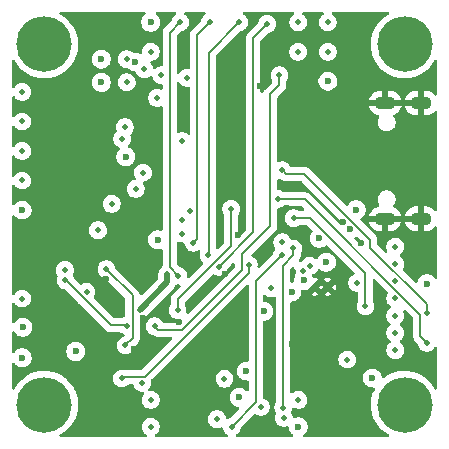
<source format=gbr>
%TF.GenerationSoftware,KiCad,Pcbnew,9.0.4*%
%TF.CreationDate,2025-11-28T22:46:10-05:00*%
%TF.ProjectId,STM32H743VIT6 FC,53544d33-3248-4373-9433-564954362046,rev?*%
%TF.SameCoordinates,Original*%
%TF.FileFunction,Copper,L2,Inr*%
%TF.FilePolarity,Positive*%
%FSLAX46Y46*%
G04 Gerber Fmt 4.6, Leading zero omitted, Abs format (unit mm)*
G04 Created by KiCad (PCBNEW 9.0.4) date 2025-11-28 22:46:10*
%MOMM*%
%LPD*%
G01*
G04 APERTURE LIST*
%TA.AperFunction,ComponentPad*%
%ADD10C,4.700000*%
%TD*%
%TA.AperFunction,HeatsinkPad*%
%ADD11C,0.500000*%
%TD*%
%TA.AperFunction,ComponentPad*%
%ADD12O,1.800000X1.100000*%
%TD*%
%TA.AperFunction,ViaPad*%
%ADD13C,0.600000*%
%TD*%
%TA.AperFunction,ViaPad*%
%ADD14C,0.500000*%
%TD*%
%TA.AperFunction,Conductor*%
%ADD15C,0.200000*%
%TD*%
%TA.AperFunction,Conductor*%
%ADD16C,0.500000*%
%TD*%
G04 APERTURE END LIST*
D10*
%TO.N,*%
%TO.C,H1*%
X150500000Y-105000000D03*
%TD*%
D11*
%TO.N,GND*%
%TO.C,U_3V1*%
X173374200Y-125525300D03*
X174474200Y-125525300D03*
%TD*%
D10*
%TO.N,*%
%TO.C,H3*%
X150500000Y-135500000D03*
%TD*%
D12*
%TO.N,GND*%
%TO.C,J1*%
X182372000Y-119753800D03*
X182372000Y-109963800D03*
X179372000Y-119753800D03*
X179372000Y-109963800D03*
%TD*%
D10*
%TO.N,*%
%TO.C,*%
X181000000Y-135500000D03*
%TD*%
%TO.N,*%
%TO.C,H2*%
X181000000Y-105000000D03*
%TD*%
%TO.N,*%
%TO.C,H4*%
X181000000Y-135500000D03*
%TD*%
D13*
%TO.N,GND*%
X150400000Y-113300000D03*
D14*
%TO.N,UART3_TX*%
X170599199Y-122867419D03*
X166369998Y-137380000D03*
%TO.N,UART5_RX*%
X165750000Y-133300000D03*
X159500000Y-137380000D03*
X169710000Y-125650000D03*
%TO.N,UART3_RX*%
X171589109Y-122270891D03*
X170730000Y-135750421D03*
X165119111Y-136740498D03*
%TO.N,GYRO_CLKIN*%
X161783500Y-127485000D03*
X166319200Y-118922800D03*
%TO.N,GYRO_INT1*%
X157059998Y-133282000D03*
X167800000Y-123661795D03*
%TO.N,GYRO_CS*%
X152286000Y-124970000D03*
X157460000Y-128810000D03*
%TO.N,GYRO_SCK*%
X155751000Y-124020000D03*
X157363687Y-130488928D03*
%TO.N,SPI2_NSS*%
X162830000Y-119065800D03*
X176150000Y-131680000D03*
X170636566Y-121750000D03*
X172385897Y-124145016D03*
%TO.N,Net-(USB_D1-K)*%
X180214200Y-123585200D03*
%TO.N,UART2_TX*%
X174500000Y-105620000D03*
%TO.N,UART2_RX*%
X158963053Y-107100000D03*
X160040000Y-109530000D03*
X172000000Y-105620000D03*
%TO.N,UART1_RX*%
X170653905Y-115663856D03*
X182880000Y-127770000D03*
%TO.N,UART1_TX*%
X182880000Y-130270000D03*
X170270359Y-118085701D03*
%TO.N,LED_STRIP*%
X148620000Y-126520000D03*
X152240000Y-124099999D03*
%TO.N,BEEPER*%
X162572506Y-107815583D03*
X148620000Y-109020000D03*
X160403990Y-107598252D03*
%TO.N,LED2*%
X171625000Y-119700000D03*
X177685288Y-127187946D03*
%TO.N,LED1*%
X177000000Y-125175000D03*
X172962748Y-123731076D03*
%TO.N,UART8_TX*%
X158779001Y-133636903D03*
X155040444Y-120729474D03*
%TO.N,UART8_RX*%
X156200000Y-118500000D03*
X159500000Y-135100000D03*
%TO.N,MOTOR2*%
X163121000Y-121793000D03*
X164500000Y-103124000D03*
%TO.N,MOTOR1*%
X162010002Y-103124000D03*
X161835000Y-124567497D03*
%TO.N,UART7_RX*%
X170400000Y-107602000D03*
X174500000Y-103124000D03*
X159840000Y-128860000D03*
%TO.N,ADC_CURR*%
X162153600Y-113202600D03*
X162153600Y-119837200D03*
X162164625Y-121016625D03*
X172000000Y-103124000D03*
%TO.N,MOTOR4*%
X165275625Y-123825625D03*
X169362000Y-103262000D03*
%TO.N,MOTOR3*%
X164388800Y-122859800D03*
X167000000Y-103124000D03*
%TO.N,I2C1_SCL*%
X168826260Y-135690000D03*
X158231394Y-117231394D03*
%TO.N,I2C1_SDA*%
X172009769Y-135100002D03*
X158851000Y-115850000D03*
X170768208Y-136621011D03*
%TO.N,CAM*%
X148620000Y-111520000D03*
X159500000Y-105620000D03*
%TO.N,UART4_TX*%
X148620000Y-114020000D03*
X157325000Y-112014746D03*
%TO.N,UART4_RX*%
X157081282Y-112977937D03*
X148620000Y-116520000D03*
%TO.N,ADC_VBAT*%
X154075306Y-125940225D03*
%TO.N,Net-(9V_D1-K)*%
X180214200Y-126505200D03*
D13*
%TO.N,9V_REG*%
X172000000Y-137380000D03*
D14*
%TO.N,Net-(5V_D1-K)*%
X180214200Y-125045200D03*
D13*
%TO.N,5V_REG*%
X148685000Y-128955000D03*
X160087500Y-121528600D03*
X148620000Y-119020000D03*
X173775000Y-121425000D03*
X158216600Y-106490000D03*
X157400000Y-114500000D03*
D14*
%TO.N,Net-(U1-SW)*%
X158563754Y-127461292D03*
X160887500Y-124475000D03*
D13*
%TO.N,BAT*%
X159500000Y-103124000D03*
D14*
%TO.N,Net-(3V3_D1-K)*%
X180214200Y-122125200D03*
D13*
%TO.N,3.3V*%
X171450000Y-125962500D03*
X176377207Y-120622793D03*
X153162501Y-130993927D03*
X174508800Y-108102400D03*
X169075000Y-127600000D03*
X148620000Y-131520000D03*
%TO.N,5V*%
X182880000Y-125270000D03*
X167000000Y-134876800D03*
X172450000Y-124960000D03*
X167600000Y-132650000D03*
X174381813Y-123435560D03*
D14*
%TO.N,Net-(MCU_D3-K)*%
X180214200Y-127965200D03*
%TO.N,Net-(MCU_D2-K)*%
X180214200Y-129425200D03*
%TO.N,Net-(MCU_D1-K)*%
X180214200Y-130885200D03*
D13*
%TO.N,GND*%
X160172400Y-130530600D03*
X170844150Y-120528900D03*
X150270000Y-129530000D03*
X162000000Y-105620000D03*
X176816000Y-134366000D03*
X161837755Y-131947902D03*
X155750000Y-124850000D03*
X162000000Y-137380000D03*
X172855800Y-130378200D03*
X164500000Y-134876800D03*
X175120000Y-109650000D03*
X174410000Y-130378200D03*
X177300000Y-121800000D03*
X162560000Y-123825000D03*
X171625000Y-113200000D03*
X164780000Y-132950000D03*
X176250000Y-126000000D03*
X158102500Y-130782660D03*
X154900000Y-116900000D03*
X173830000Y-110850000D03*
X171460000Y-130378200D03*
X175768000Y-120015000D03*
X152041230Y-126461400D03*
X176450506Y-127683808D03*
X151290000Y-131810000D03*
X172855800Y-131770000D03*
X152235000Y-121485000D03*
X169500000Y-137380000D03*
X159800000Y-133600000D03*
X152200000Y-110061130D03*
X153061862Y-129876573D03*
X152896372Y-128207929D03*
X165917300Y-129576601D03*
X161925600Y-128540000D03*
X178409600Y-132080000D03*
X169754169Y-105443991D03*
X158822688Y-128122395D03*
X160087500Y-120055400D03*
X157000000Y-103124000D03*
X176500000Y-110940000D03*
X168760000Y-108530000D03*
X170927107Y-114252107D03*
X166879200Y-121175000D03*
X149890000Y-118850000D03*
X163370666Y-132741860D03*
X171080000Y-118820000D03*
X153820000Y-108835000D03*
X172855800Y-129130000D03*
X171577000Y-124283300D03*
X169500000Y-133550000D03*
X148620000Y-124020000D03*
X148620000Y-121520000D03*
X172008800Y-108102400D03*
X182880000Y-122770000D03*
X162540000Y-108960000D03*
X165800000Y-124400000D03*
%TO.N,3.3V*%
X155330000Y-106240000D03*
X155330000Y-108220000D03*
D14*
%TO.N,BOOT0*%
X157480000Y-106240000D03*
X157480000Y-108200000D03*
D13*
%TO.N,GND*%
X174130000Y-115270000D03*
X156115001Y-109684149D03*
%TO.N,9V_REG*%
X178260000Y-133240000D03*
X176904571Y-118995429D03*
%TD*%
D15*
%TO.N,MOTOR4*%
X169362000Y-103262000D02*
X168200000Y-104424000D01*
X168200000Y-104424000D02*
X168200000Y-120920000D01*
X168200000Y-120920000D02*
X165294375Y-123825625D01*
X165294375Y-123825625D02*
X165275625Y-123825625D01*
%TO.N,UART7_RX*%
X170400000Y-107602000D02*
X170400000Y-108442785D01*
X167239000Y-122751000D02*
X167239000Y-124090685D01*
X170400000Y-108442785D02*
X169625000Y-109217785D01*
X160131000Y-129151000D02*
X159840000Y-128860000D01*
X169625000Y-120365000D02*
X167239000Y-122751000D01*
X169625000Y-109217785D02*
X169625000Y-120365000D01*
X167239000Y-124090685D02*
X162178685Y-129151000D01*
X162178685Y-129151000D02*
X160131000Y-129151000D01*
%TO.N,GYRO_CLKIN*%
X161783500Y-127485000D02*
X161783500Y-126596500D01*
X161783500Y-126596500D02*
X166319200Y-122060800D01*
X166319200Y-122060800D02*
X166319200Y-118922800D01*
D16*
%TO.N,Net-(U1-SW)*%
X160887500Y-125137546D02*
X158563754Y-127461292D01*
X160887500Y-124475000D02*
X160887500Y-125137546D01*
D15*
%TO.N,MOTOR3*%
X164400000Y-122848600D02*
X164388800Y-122859800D01*
X164400000Y-105724000D02*
X164400000Y-122848600D01*
X167000000Y-103124000D02*
X164400000Y-105724000D01*
%TO.N,MOTOR1*%
X161835000Y-124567497D02*
X161108100Y-123840597D01*
X161108100Y-123840597D02*
X161108100Y-104025902D01*
X161108100Y-104025902D02*
X162010002Y-103124000D01*
%TO.N,MOTOR2*%
X163425000Y-104199000D02*
X164500000Y-103124000D01*
X163425000Y-121489000D02*
X163425000Y-104199000D01*
X163121000Y-121793000D02*
X163425000Y-121489000D01*
%TO.N,LED2*%
X171625000Y-119700000D02*
X173002374Y-119700000D01*
X177685288Y-124382914D02*
X177685288Y-127187946D01*
X173002374Y-119700000D02*
X177685288Y-124382914D01*
%TO.N,UART1_TX*%
X170270359Y-118085701D02*
X170284750Y-118100092D01*
X170284750Y-118100092D02*
X172546428Y-118100092D01*
X172546428Y-118100092D02*
X182319000Y-127872664D01*
X182319000Y-129709000D02*
X182880000Y-130270000D01*
X182319000Y-127872664D02*
X182319000Y-129709000D01*
%TO.N,UART1_RX*%
X178090200Y-121543826D02*
X178090200Y-122198536D01*
X172521374Y-115975000D02*
X178090200Y-121543826D01*
X170682628Y-115663856D02*
X170993772Y-115975000D01*
X170993772Y-115975000D02*
X172521374Y-115975000D01*
X178090200Y-122198536D02*
X182880000Y-126988336D01*
X170653905Y-115663856D02*
X170682628Y-115663856D01*
X182880000Y-126988336D02*
X182880000Y-127770000D01*
%TO.N,GYRO_SCK*%
X157971000Y-129881615D02*
X157363687Y-130488928D01*
X155751000Y-124020000D02*
X157971000Y-126240000D01*
X157971000Y-126240000D02*
X157971000Y-129881615D01*
%TO.N,GYRO_CS*%
X156130000Y-128780000D02*
X153851225Y-126501225D01*
X152311707Y-124970000D02*
X152286000Y-124970000D01*
X153842932Y-126501225D02*
X152311707Y-124970000D01*
X157460000Y-128810000D02*
X157430000Y-128780000D01*
X153851225Y-126501225D02*
X153842932Y-126501225D01*
X157430000Y-128780000D02*
X156130000Y-128780000D01*
%TO.N,GYRO_INT1*%
X167800000Y-124325000D02*
X167800000Y-123661795D01*
X157059998Y-133282000D02*
X157105200Y-133282000D01*
X158990665Y-133125903D02*
X158994881Y-133130119D01*
X158994881Y-133130119D02*
X167800000Y-124325000D01*
X157105200Y-133282000D02*
X157261297Y-133125903D01*
X157261297Y-133125903D02*
X158990665Y-133125903D01*
%TO.N,UART3_RX*%
X171589109Y-122861775D02*
X171589109Y-122270891D01*
X170730000Y-135750421D02*
X170730000Y-123720884D01*
X170730000Y-123720884D02*
X171589109Y-122861775D01*
%TO.N,UART3_TX*%
X166369998Y-137355002D02*
X168414000Y-135311000D01*
X166369998Y-137380000D02*
X166369998Y-137355002D01*
X168414000Y-125052618D02*
X168414000Y-135311000D01*
X170599199Y-122867419D02*
X168414000Y-125052618D01*
%TD*%
%TA.AperFunction,Conductor*%
%TO.N,GND*%
G36*
X159024688Y-102270185D02*
G01*
X159070443Y-102322989D01*
X159080387Y-102392147D01*
X159051362Y-102455703D01*
X159026540Y-102477602D01*
X158989711Y-102502210D01*
X158989707Y-102502213D01*
X158878213Y-102613707D01*
X158878210Y-102613711D01*
X158790609Y-102744814D01*
X158790602Y-102744827D01*
X158730264Y-102890498D01*
X158730261Y-102890510D01*
X158699500Y-103045153D01*
X158699500Y-103202846D01*
X158730261Y-103357489D01*
X158730264Y-103357501D01*
X158790602Y-103503172D01*
X158790609Y-103503185D01*
X158878210Y-103634288D01*
X158878213Y-103634292D01*
X158989707Y-103745786D01*
X158989711Y-103745789D01*
X159120814Y-103833390D01*
X159120827Y-103833397D01*
X159220060Y-103874500D01*
X159266503Y-103893737D01*
X159421153Y-103924499D01*
X159421156Y-103924500D01*
X159421158Y-103924500D01*
X159578844Y-103924500D01*
X159578845Y-103924499D01*
X159733497Y-103893737D01*
X159879179Y-103833394D01*
X160010289Y-103745789D01*
X160121789Y-103634289D01*
X160209394Y-103503179D01*
X160269737Y-103357497D01*
X160300500Y-103202842D01*
X160300500Y-103045158D01*
X160300500Y-103045155D01*
X160300499Y-103045153D01*
X160272920Y-102906505D01*
X160269737Y-102890503D01*
X160225450Y-102783584D01*
X160209397Y-102744827D01*
X160209390Y-102744814D01*
X160121789Y-102613711D01*
X160121786Y-102613707D01*
X160010292Y-102502213D01*
X160010288Y-102502210D01*
X159973460Y-102477602D01*
X159928655Y-102423989D01*
X159919948Y-102354664D01*
X159950103Y-102291637D01*
X160009546Y-102254918D01*
X160042351Y-102250500D01*
X161557649Y-102250500D01*
X161624688Y-102270185D01*
X161670443Y-102322989D01*
X161680387Y-102392147D01*
X161651362Y-102455703D01*
X161626540Y-102477602D01*
X161531586Y-102541048D01*
X161531582Y-102541051D01*
X161427053Y-102645580D01*
X161427050Y-102645584D01*
X161344921Y-102768498D01*
X161344914Y-102768511D01*
X161288344Y-102905084D01*
X161288342Y-102905092D01*
X161273002Y-102982210D01*
X161240617Y-103044121D01*
X161239066Y-103045699D01*
X160739386Y-103545380D01*
X160627581Y-103657184D01*
X160627575Y-103657192D01*
X160582671Y-103734970D01*
X160582671Y-103734971D01*
X160548523Y-103794117D01*
X160507599Y-103946845D01*
X160507599Y-103946847D01*
X160507599Y-104114948D01*
X160507600Y-104114961D01*
X160507600Y-106723752D01*
X160487915Y-106790791D01*
X160435111Y-106836546D01*
X160383600Y-106847752D01*
X160330070Y-106847752D01*
X160185082Y-106876592D01*
X160185072Y-106876595D01*
X160048501Y-106933164D01*
X160048488Y-106933171D01*
X159925574Y-107015300D01*
X159910978Y-107029896D01*
X159849654Y-107063379D01*
X159779962Y-107058393D01*
X159724030Y-107016520D01*
X159701682Y-106966403D01*
X159689484Y-106905084D01*
X159684711Y-106881087D01*
X159666262Y-106836546D01*
X159628140Y-106744511D01*
X159628133Y-106744498D01*
X159546004Y-106621584D01*
X159546001Y-106621580D01*
X159505249Y-106580828D01*
X159471764Y-106519505D01*
X159476748Y-106449813D01*
X159518620Y-106393880D01*
X159568739Y-106371530D01*
X159573917Y-106370500D01*
X159573918Y-106370500D01*
X159718913Y-106341658D01*
X159855495Y-106285084D01*
X159978416Y-106202951D01*
X160082951Y-106098416D01*
X160165084Y-105975495D01*
X160221658Y-105838913D01*
X160243381Y-105729707D01*
X160250500Y-105693920D01*
X160250500Y-105546079D01*
X160221659Y-105401092D01*
X160221658Y-105401091D01*
X160221658Y-105401087D01*
X160221656Y-105401082D01*
X160165087Y-105264511D01*
X160165080Y-105264498D01*
X160082951Y-105141584D01*
X160082948Y-105141580D01*
X159978419Y-105037051D01*
X159978415Y-105037048D01*
X159855501Y-104954919D01*
X159855488Y-104954912D01*
X159718917Y-104898343D01*
X159718907Y-104898340D01*
X159573920Y-104869500D01*
X159573918Y-104869500D01*
X159426082Y-104869500D01*
X159426080Y-104869500D01*
X159281092Y-104898340D01*
X159281082Y-104898343D01*
X159144511Y-104954912D01*
X159144498Y-104954919D01*
X159021584Y-105037048D01*
X159021580Y-105037051D01*
X158917051Y-105141580D01*
X158917048Y-105141584D01*
X158834919Y-105264498D01*
X158834912Y-105264511D01*
X158778343Y-105401082D01*
X158778340Y-105401092D01*
X158749500Y-105546079D01*
X158749500Y-105658700D01*
X158729815Y-105725739D01*
X158677011Y-105771494D01*
X158607853Y-105781438D01*
X158578048Y-105773261D01*
X158450101Y-105720264D01*
X158450089Y-105720261D01*
X158295445Y-105689500D01*
X158295442Y-105689500D01*
X158137758Y-105689500D01*
X158080241Y-105700940D01*
X158010650Y-105694711D01*
X157968371Y-105667003D01*
X157958419Y-105657051D01*
X157958415Y-105657048D01*
X157835501Y-105574919D01*
X157835488Y-105574912D01*
X157698917Y-105518343D01*
X157698907Y-105518340D01*
X157553920Y-105489500D01*
X157553918Y-105489500D01*
X157406082Y-105489500D01*
X157406080Y-105489500D01*
X157261092Y-105518340D01*
X157261082Y-105518343D01*
X157124511Y-105574912D01*
X157124498Y-105574919D01*
X157001584Y-105657048D01*
X157001580Y-105657051D01*
X156897051Y-105761580D01*
X156897048Y-105761584D01*
X156814919Y-105884498D01*
X156814912Y-105884511D01*
X156758343Y-106021082D01*
X156758340Y-106021092D01*
X156729500Y-106166079D01*
X156729500Y-106166082D01*
X156729500Y-106313918D01*
X156729500Y-106313920D01*
X156729499Y-106313920D01*
X156758340Y-106458907D01*
X156758343Y-106458917D01*
X156814912Y-106595488D01*
X156814919Y-106595501D01*
X156897048Y-106718415D01*
X156897051Y-106718419D01*
X157001580Y-106822948D01*
X157001584Y-106822951D01*
X157124498Y-106905080D01*
X157124511Y-106905087D01*
X157261082Y-106961656D01*
X157261087Y-106961658D01*
X157261091Y-106961658D01*
X157261092Y-106961659D01*
X157406079Y-106990500D01*
X157533660Y-106990500D01*
X157600699Y-107010185D01*
X157621336Y-107026814D01*
X157665549Y-107071027D01*
X157706312Y-107111790D01*
X157837414Y-107199390D01*
X157837427Y-107199397D01*
X157951172Y-107246511D01*
X157983103Y-107259737D01*
X158137753Y-107290499D01*
X158137756Y-107290500D01*
X158137758Y-107290500D01*
X158146772Y-107290500D01*
X158213811Y-107310185D01*
X158259566Y-107362989D01*
X158261333Y-107367048D01*
X158297965Y-107455488D01*
X158297972Y-107455501D01*
X158380101Y-107578415D01*
X158380104Y-107578419D01*
X158484633Y-107682948D01*
X158484637Y-107682951D01*
X158607551Y-107765080D01*
X158607564Y-107765087D01*
X158742327Y-107820907D01*
X158744140Y-107821658D01*
X158744144Y-107821658D01*
X158744145Y-107821659D01*
X158889132Y-107850500D01*
X158889135Y-107850500D01*
X159036973Y-107850500D01*
X159134515Y-107831096D01*
X159181966Y-107821658D01*
X159318548Y-107765084D01*
X159441469Y-107682951D01*
X159456061Y-107668358D01*
X159517382Y-107634873D01*
X159587073Y-107639856D01*
X159643008Y-107681726D01*
X159665360Y-107731847D01*
X159682330Y-107817159D01*
X159682333Y-107817169D01*
X159738902Y-107953740D01*
X159738909Y-107953753D01*
X159821038Y-108076667D01*
X159821041Y-108076671D01*
X159925570Y-108181200D01*
X159925574Y-108181203D01*
X160048488Y-108263332D01*
X160048501Y-108263339D01*
X160185072Y-108319908D01*
X160185077Y-108319910D01*
X160185081Y-108319910D01*
X160185082Y-108319911D01*
X160330069Y-108348752D01*
X160383600Y-108348752D01*
X160450639Y-108368437D01*
X160496394Y-108421241D01*
X160507600Y-108472752D01*
X160507600Y-108725772D01*
X160487915Y-108792811D01*
X160435111Y-108838566D01*
X160365953Y-108848510D01*
X160336148Y-108840333D01*
X160258917Y-108808343D01*
X160258907Y-108808340D01*
X160113920Y-108779500D01*
X160113918Y-108779500D01*
X159966082Y-108779500D01*
X159966080Y-108779500D01*
X159821092Y-108808340D01*
X159821082Y-108808343D01*
X159684511Y-108864912D01*
X159684498Y-108864919D01*
X159561584Y-108947048D01*
X159561580Y-108947051D01*
X159457051Y-109051580D01*
X159457048Y-109051584D01*
X159374919Y-109174498D01*
X159374912Y-109174511D01*
X159318343Y-109311082D01*
X159318340Y-109311092D01*
X159289500Y-109456079D01*
X159289500Y-109456082D01*
X159289500Y-109603918D01*
X159289500Y-109603920D01*
X159289499Y-109603920D01*
X159318340Y-109748907D01*
X159318343Y-109748917D01*
X159374912Y-109885488D01*
X159374919Y-109885501D01*
X159457048Y-110008415D01*
X159457051Y-110008419D01*
X159561580Y-110112948D01*
X159561584Y-110112951D01*
X159684498Y-110195080D01*
X159684511Y-110195087D01*
X159743851Y-110219666D01*
X159821087Y-110251658D01*
X159821091Y-110251658D01*
X159821092Y-110251659D01*
X159966079Y-110280500D01*
X159966082Y-110280500D01*
X160113920Y-110280500D01*
X160211462Y-110261096D01*
X160258913Y-110251658D01*
X160336149Y-110219665D01*
X160405616Y-110212197D01*
X160468095Y-110243472D01*
X160503748Y-110303560D01*
X160507600Y-110334227D01*
X160507600Y-120650577D01*
X160487915Y-120717616D01*
X160435111Y-120763371D01*
X160365953Y-120773315D01*
X160336150Y-120765139D01*
X160321001Y-120758864D01*
X160320989Y-120758861D01*
X160166345Y-120728100D01*
X160166342Y-120728100D01*
X160008658Y-120728100D01*
X160008655Y-120728100D01*
X159854010Y-120758861D01*
X159853998Y-120758864D01*
X159708327Y-120819202D01*
X159708314Y-120819209D01*
X159577211Y-120906810D01*
X159577207Y-120906813D01*
X159465713Y-121018307D01*
X159465710Y-121018311D01*
X159378109Y-121149414D01*
X159378102Y-121149427D01*
X159317764Y-121295098D01*
X159317761Y-121295110D01*
X159287000Y-121449753D01*
X159287000Y-121607446D01*
X159317761Y-121762089D01*
X159317764Y-121762101D01*
X159378102Y-121907772D01*
X159378109Y-121907785D01*
X159465710Y-122038888D01*
X159465713Y-122038892D01*
X159577207Y-122150386D01*
X159577211Y-122150389D01*
X159708314Y-122237990D01*
X159708327Y-122237997D01*
X159853998Y-122298335D01*
X159854003Y-122298337D01*
X160008653Y-122329099D01*
X160008656Y-122329100D01*
X160008658Y-122329100D01*
X160166344Y-122329100D01*
X160166345Y-122329099D01*
X160320997Y-122298337D01*
X160336146Y-122292061D01*
X160405614Y-122284592D01*
X160468094Y-122315865D01*
X160503748Y-122375954D01*
X160507600Y-122406622D01*
X160507600Y-123753948D01*
X160507599Y-123759964D01*
X160506499Y-123763707D01*
X160506842Y-123767621D01*
X160506841Y-123767630D01*
X160505393Y-123767469D01*
X160498601Y-123790588D01*
X160487914Y-123826982D01*
X160487905Y-123826990D01*
X160487903Y-123827000D01*
X160487858Y-123827038D01*
X160452491Y-123863045D01*
X160409080Y-123892051D01*
X160304551Y-123996580D01*
X160304548Y-123996584D01*
X160222419Y-124119498D01*
X160222412Y-124119511D01*
X160165843Y-124256082D01*
X160165840Y-124256092D01*
X160137000Y-124401079D01*
X160137000Y-124775316D01*
X160117315Y-124842355D01*
X160100681Y-124862997D01*
X158772233Y-126191444D01*
X158766904Y-126194353D01*
X158763501Y-126199382D01*
X158736595Y-126210903D01*
X158710910Y-126224929D01*
X158704854Y-126224495D01*
X158699273Y-126226886D01*
X158670414Y-126222032D01*
X158641218Y-126219945D01*
X158636356Y-126216305D01*
X158630371Y-126215299D01*
X158608717Y-126195614D01*
X158585285Y-126178073D01*
X158582014Y-126171340D01*
X158578671Y-126168301D01*
X158564778Y-126135859D01*
X158538269Y-126036923D01*
X158530577Y-126008215D01*
X158480944Y-125922249D01*
X158451520Y-125871284D01*
X158339716Y-125759480D01*
X158339715Y-125759479D01*
X158335385Y-125755149D01*
X158335374Y-125755139D01*
X156521934Y-123941699D01*
X156488449Y-123880376D01*
X156488010Y-123878269D01*
X156472658Y-123801087D01*
X156467867Y-123789521D01*
X156416087Y-123664511D01*
X156416080Y-123664498D01*
X156333951Y-123541584D01*
X156333948Y-123541580D01*
X156229419Y-123437051D01*
X156229415Y-123437048D01*
X156106501Y-123354919D01*
X156106488Y-123354912D01*
X155969917Y-123298343D01*
X155969907Y-123298340D01*
X155824920Y-123269500D01*
X155824918Y-123269500D01*
X155677082Y-123269500D01*
X155677080Y-123269500D01*
X155532092Y-123298340D01*
X155532082Y-123298343D01*
X155395511Y-123354912D01*
X155395498Y-123354919D01*
X155272584Y-123437048D01*
X155272580Y-123437051D01*
X155168051Y-123541580D01*
X155168048Y-123541584D01*
X155085919Y-123664498D01*
X155085912Y-123664511D01*
X155029343Y-123801082D01*
X155029340Y-123801092D01*
X155000500Y-123946079D01*
X155000500Y-123946082D01*
X155000500Y-124093918D01*
X155000500Y-124093920D01*
X155000499Y-124093920D01*
X155029340Y-124238907D01*
X155029343Y-124238917D01*
X155085912Y-124375488D01*
X155085919Y-124375501D01*
X155168048Y-124498415D01*
X155168051Y-124498419D01*
X155272580Y-124602948D01*
X155272584Y-124602951D01*
X155395498Y-124685080D01*
X155395511Y-124685087D01*
X155532082Y-124741656D01*
X155532087Y-124741658D01*
X155609212Y-124756999D01*
X155671119Y-124789382D01*
X155672699Y-124790934D01*
X157334181Y-126452416D01*
X157367666Y-126513739D01*
X157370500Y-126540097D01*
X157370500Y-127960835D01*
X157350815Y-128027874D01*
X157298011Y-128073629D01*
X157293457Y-128075600D01*
X157282400Y-128080123D01*
X157241087Y-128088342D01*
X157104505Y-128144916D01*
X157073641Y-128165538D01*
X157062089Y-128170265D01*
X157039255Y-128172619D01*
X157017347Y-128179480D01*
X157015132Y-128179500D01*
X156430098Y-128179500D01*
X156363059Y-128159815D01*
X156342417Y-128143181D01*
X155537538Y-127338302D01*
X154714039Y-126514804D01*
X154680555Y-126453482D01*
X154685539Y-126383790D01*
X154698614Y-126358241D01*
X154740390Y-126295720D01*
X154796964Y-126159138D01*
X154798841Y-126149705D01*
X154825806Y-126014145D01*
X154825806Y-125866304D01*
X154796965Y-125721317D01*
X154796964Y-125721316D01*
X154796964Y-125721312D01*
X154786452Y-125695934D01*
X154740393Y-125584736D01*
X154740386Y-125584723D01*
X154658257Y-125461809D01*
X154658254Y-125461805D01*
X154553725Y-125357276D01*
X154553721Y-125357273D01*
X154430807Y-125275144D01*
X154430794Y-125275137D01*
X154294223Y-125218568D01*
X154294213Y-125218565D01*
X154149226Y-125189725D01*
X154149224Y-125189725D01*
X154001388Y-125189725D01*
X154001386Y-125189725D01*
X153856398Y-125218565D01*
X153856388Y-125218568D01*
X153719817Y-125275137D01*
X153719806Y-125275143D01*
X153652324Y-125320233D01*
X153585646Y-125341110D01*
X153518266Y-125322625D01*
X153495753Y-125304811D01*
X153050551Y-124859609D01*
X153017066Y-124798286D01*
X153016637Y-124796231D01*
X153007658Y-124751087D01*
X152988633Y-124705156D01*
X152951085Y-124614507D01*
X152918851Y-124566265D01*
X152897973Y-124499587D01*
X152907392Y-124449921D01*
X152961658Y-124318912D01*
X152974156Y-124256082D01*
X152990500Y-124173919D01*
X152990500Y-124026078D01*
X152961659Y-123881091D01*
X152961658Y-123881090D01*
X152961658Y-123881086D01*
X152947058Y-123845839D01*
X152905087Y-123744510D01*
X152905080Y-123744497D01*
X152822951Y-123621583D01*
X152822948Y-123621579D01*
X152718419Y-123517050D01*
X152718415Y-123517047D01*
X152595501Y-123434918D01*
X152595488Y-123434911D01*
X152458917Y-123378342D01*
X152458907Y-123378339D01*
X152313920Y-123349499D01*
X152313918Y-123349499D01*
X152166082Y-123349499D01*
X152166080Y-123349499D01*
X152021092Y-123378339D01*
X152021082Y-123378342D01*
X151884511Y-123434911D01*
X151884498Y-123434918D01*
X151761584Y-123517047D01*
X151761580Y-123517050D01*
X151657051Y-123621579D01*
X151657048Y-123621583D01*
X151574919Y-123744497D01*
X151574912Y-123744510D01*
X151518343Y-123881081D01*
X151518340Y-123881091D01*
X151489500Y-124026078D01*
X151489500Y-124026081D01*
X151489500Y-124173917D01*
X151489500Y-124173919D01*
X151489499Y-124173919D01*
X151518340Y-124318906D01*
X151518343Y-124318916D01*
X151574914Y-124455492D01*
X151574916Y-124455496D01*
X151607148Y-124503734D01*
X151628026Y-124570411D01*
X151618607Y-124620076D01*
X151564343Y-124751082D01*
X151564340Y-124751092D01*
X151535500Y-124896079D01*
X151535500Y-124896082D01*
X151535500Y-125043918D01*
X151535500Y-125043920D01*
X151535499Y-125043920D01*
X151564340Y-125188907D01*
X151564343Y-125188917D01*
X151620912Y-125325488D01*
X151620919Y-125325501D01*
X151703048Y-125448415D01*
X151703051Y-125448419D01*
X151807580Y-125552948D01*
X151807584Y-125552951D01*
X151930498Y-125635080D01*
X151930511Y-125635087D01*
X152027595Y-125675300D01*
X152067087Y-125691658D01*
X152067091Y-125691658D01*
X152067092Y-125691659D01*
X152176302Y-125713383D01*
X152238213Y-125745768D01*
X152239791Y-125747319D01*
X153362410Y-126869938D01*
X153362412Y-126869941D01*
X153474216Y-126981745D01*
X153492261Y-126992163D01*
X153502809Y-127002117D01*
X153503366Y-127003070D01*
X153505383Y-127004618D01*
X155761284Y-129260520D01*
X155761286Y-129260521D01*
X155761290Y-129260524D01*
X155898209Y-129339573D01*
X155898216Y-129339577D01*
X156050943Y-129380501D01*
X156050945Y-129380501D01*
X156216654Y-129380501D01*
X156216670Y-129380500D01*
X156925334Y-129380500D01*
X156992373Y-129400185D01*
X156994225Y-129401398D01*
X157104498Y-129475080D01*
X157104511Y-129475087D01*
X157216462Y-129521458D01*
X157270866Y-129565298D01*
X157292931Y-129631593D01*
X157275652Y-129699292D01*
X157224515Y-129746903D01*
X157193202Y-129757636D01*
X157144779Y-129767268D01*
X157144771Y-129767270D01*
X157008198Y-129823840D01*
X157008185Y-129823847D01*
X156885271Y-129905976D01*
X156885267Y-129905979D01*
X156780738Y-130010508D01*
X156780735Y-130010512D01*
X156698606Y-130133426D01*
X156698599Y-130133439D01*
X156642030Y-130270010D01*
X156642027Y-130270020D01*
X156613187Y-130415007D01*
X156613187Y-130415010D01*
X156613187Y-130562846D01*
X156613187Y-130562848D01*
X156613186Y-130562848D01*
X156642027Y-130707835D01*
X156642030Y-130707845D01*
X156698599Y-130844416D01*
X156698606Y-130844429D01*
X156780735Y-130967343D01*
X156780738Y-130967347D01*
X156885267Y-131071876D01*
X156885271Y-131071879D01*
X157008185Y-131154008D01*
X157008198Y-131154015D01*
X157123041Y-131201584D01*
X157144774Y-131210586D01*
X157144778Y-131210586D01*
X157144779Y-131210587D01*
X157289766Y-131239428D01*
X157289769Y-131239428D01*
X157437607Y-131239428D01*
X157535149Y-131220024D01*
X157582600Y-131210586D01*
X157719182Y-131154012D01*
X157842103Y-131071879D01*
X157946638Y-130967344D01*
X158028771Y-130844423D01*
X158085345Y-130707841D01*
X158100686Y-130630714D01*
X158133068Y-130568807D01*
X158134563Y-130567285D01*
X158329506Y-130372343D01*
X158329511Y-130372339D01*
X158339714Y-130362135D01*
X158339716Y-130362135D01*
X158451520Y-130250331D01*
X158466612Y-130224191D01*
X158518278Y-130134703D01*
X158518279Y-130134701D01*
X158523269Y-130126056D01*
X158530577Y-130113400D01*
X158571500Y-129960673D01*
X158571500Y-129802558D01*
X158571500Y-128326718D01*
X158591185Y-128259679D01*
X158643989Y-128213924D01*
X158671309Y-128205101D01*
X158782667Y-128182950D01*
X158919249Y-128126376D01*
X158978489Y-128086793D01*
X159042170Y-128044244D01*
X161470451Y-125615962D01*
X161474101Y-125610500D01*
X161552584Y-125493041D01*
X161596499Y-125387019D01*
X161640337Y-125332621D01*
X161706631Y-125310555D01*
X161735251Y-125312859D01*
X161761080Y-125317997D01*
X161913405Y-125317997D01*
X161980444Y-125337682D01*
X162026199Y-125390486D01*
X162036143Y-125459644D01*
X162007118Y-125523200D01*
X162001086Y-125529678D01*
X161302981Y-126227782D01*
X161302977Y-126227787D01*
X161260998Y-126300499D01*
X161260998Y-126300500D01*
X161223923Y-126364714D01*
X161222062Y-126371659D01*
X161182999Y-126517443D01*
X161182999Y-126517445D01*
X161182999Y-126685546D01*
X161183000Y-126685559D01*
X161183000Y-126995232D01*
X161163315Y-127062271D01*
X161162103Y-127064122D01*
X161118414Y-127129508D01*
X161061843Y-127266082D01*
X161061840Y-127266092D01*
X161033000Y-127411079D01*
X161033000Y-127411082D01*
X161033000Y-127558918D01*
X161033000Y-127558920D01*
X161032999Y-127558920D01*
X161061840Y-127703907D01*
X161061843Y-127703917D01*
X161118412Y-127840488D01*
X161118419Y-127840501D01*
X161200548Y-127963415D01*
X161200551Y-127963419D01*
X161305080Y-128067948D01*
X161305084Y-128067951D01*
X161427998Y-128150080D01*
X161428011Y-128150087D01*
X161536239Y-128194916D01*
X161564587Y-128206658D01*
X161564591Y-128206658D01*
X161564592Y-128206659D01*
X161709579Y-128235500D01*
X161709582Y-128235500D01*
X161857419Y-128235500D01*
X161893423Y-128228338D01*
X161940256Y-128219022D01*
X162009847Y-128225249D01*
X162065025Y-128268111D01*
X162088270Y-128334001D01*
X162072203Y-128401998D01*
X162052130Y-128428320D01*
X161966267Y-128514182D01*
X161904947Y-128547666D01*
X161878588Y-128550500D01*
X160602097Y-128550500D01*
X160535058Y-128530815D01*
X160498995Y-128495391D01*
X160422951Y-128381584D01*
X160422948Y-128381580D01*
X160318419Y-128277051D01*
X160318415Y-128277048D01*
X160195501Y-128194919D01*
X160195488Y-128194912D01*
X160058917Y-128138343D01*
X160058907Y-128138340D01*
X159913920Y-128109500D01*
X159913918Y-128109500D01*
X159766082Y-128109500D01*
X159766080Y-128109500D01*
X159621092Y-128138340D01*
X159621082Y-128138343D01*
X159484511Y-128194912D01*
X159484498Y-128194919D01*
X159361584Y-128277048D01*
X159361580Y-128277051D01*
X159257051Y-128381580D01*
X159257048Y-128381584D01*
X159174919Y-128504498D01*
X159174912Y-128504511D01*
X159118343Y-128641082D01*
X159118340Y-128641092D01*
X159089500Y-128786079D01*
X159089500Y-128786082D01*
X159089500Y-128933918D01*
X159089500Y-128933920D01*
X159089499Y-128933920D01*
X159118340Y-129078907D01*
X159118343Y-129078917D01*
X159174912Y-129215488D01*
X159174919Y-129215501D01*
X159257048Y-129338415D01*
X159257051Y-129338419D01*
X159361580Y-129442948D01*
X159361584Y-129442951D01*
X159484498Y-129525080D01*
X159484511Y-129525087D01*
X159581590Y-129565298D01*
X159621087Y-129581658D01*
X159698213Y-129596999D01*
X159739561Y-129613354D01*
X159751638Y-129620874D01*
X159762284Y-129631520D01*
X159849095Y-129681639D01*
X159850857Y-129682656D01*
X159850887Y-129682675D01*
X159891187Y-129705941D01*
X159899215Y-129710577D01*
X160051943Y-129751500D01*
X161224903Y-129751500D01*
X161291942Y-129771185D01*
X161337697Y-129823989D01*
X161347641Y-129893147D01*
X161318616Y-129956703D01*
X161312584Y-129963181D01*
X158786681Y-132489084D01*
X158725358Y-132522569D01*
X158699000Y-132525403D01*
X157182237Y-132525403D01*
X157174405Y-132527502D01*
X157140008Y-132530322D01*
X157140008Y-132531500D01*
X156986078Y-132531500D01*
X156841090Y-132560340D01*
X156841080Y-132560343D01*
X156704509Y-132616912D01*
X156704496Y-132616919D01*
X156581582Y-132699048D01*
X156581578Y-132699051D01*
X156477049Y-132803580D01*
X156477046Y-132803584D01*
X156394917Y-132926498D01*
X156394910Y-132926511D01*
X156338341Y-133063082D01*
X156338338Y-133063092D01*
X156309498Y-133208079D01*
X156309498Y-133208082D01*
X156309498Y-133355918D01*
X156309498Y-133355920D01*
X156309497Y-133355920D01*
X156338338Y-133500907D01*
X156338341Y-133500917D01*
X156394910Y-133637488D01*
X156394917Y-133637501D01*
X156477046Y-133760415D01*
X156477049Y-133760419D01*
X156581578Y-133864948D01*
X156581582Y-133864951D01*
X156704496Y-133947080D01*
X156704509Y-133947087D01*
X156813884Y-133992391D01*
X156841085Y-134003658D01*
X156841089Y-134003658D01*
X156841090Y-134003659D01*
X156986077Y-134032500D01*
X156986080Y-134032500D01*
X157133918Y-134032500D01*
X157231460Y-134013096D01*
X157278911Y-134003658D01*
X157415493Y-133947084D01*
X157538414Y-133864951D01*
X157577153Y-133826212D01*
X157640644Y-133762722D01*
X157667571Y-133748018D01*
X157693390Y-133731426D01*
X157699590Y-133730534D01*
X157701967Y-133729237D01*
X157728325Y-133726403D01*
X157929837Y-133726403D01*
X157996876Y-133746088D01*
X158042631Y-133798892D01*
X158051454Y-133826212D01*
X158057341Y-133855808D01*
X158057344Y-133855820D01*
X158113913Y-133992391D01*
X158113920Y-133992404D01*
X158196049Y-134115318D01*
X158196052Y-134115322D01*
X158300581Y-134219851D01*
X158300585Y-134219854D01*
X158423499Y-134301983D01*
X158423512Y-134301990D01*
X158545629Y-134352572D01*
X158560088Y-134358561D01*
X158560092Y-134358561D01*
X158560093Y-134358562D01*
X158705080Y-134387403D01*
X158851867Y-134387403D01*
X158918906Y-134407088D01*
X158964661Y-134459892D01*
X158974605Y-134529050D01*
X158945580Y-134592606D01*
X158939548Y-134599084D01*
X158917051Y-134621580D01*
X158917048Y-134621584D01*
X158834919Y-134744498D01*
X158834912Y-134744511D01*
X158778343Y-134881082D01*
X158778340Y-134881092D01*
X158749500Y-135026079D01*
X158749500Y-135026081D01*
X158749500Y-135026082D01*
X158749500Y-135173918D01*
X158749500Y-135173920D01*
X158749499Y-135173920D01*
X158778340Y-135318907D01*
X158778343Y-135318917D01*
X158834912Y-135455488D01*
X158834919Y-135455501D01*
X158917048Y-135578415D01*
X158917051Y-135578419D01*
X159021580Y-135682948D01*
X159021584Y-135682951D01*
X159144498Y-135765080D01*
X159144511Y-135765087D01*
X159281082Y-135821656D01*
X159281087Y-135821658D01*
X159281091Y-135821658D01*
X159281092Y-135821659D01*
X159426079Y-135850500D01*
X159426082Y-135850500D01*
X159573920Y-135850500D01*
X159671462Y-135831096D01*
X159718913Y-135821658D01*
X159855495Y-135765084D01*
X159978416Y-135682951D01*
X160082951Y-135578416D01*
X160165084Y-135455495D01*
X160221658Y-135318913D01*
X160233247Y-135260653D01*
X160250500Y-135173920D01*
X160250500Y-135026079D01*
X160221659Y-134881092D01*
X160221658Y-134881089D01*
X160221658Y-134881087D01*
X160179270Y-134778752D01*
X160165087Y-134744511D01*
X160165080Y-134744498D01*
X160082951Y-134621584D01*
X160082948Y-134621580D01*
X159978419Y-134517051D01*
X159978415Y-134517048D01*
X159855501Y-134434919D01*
X159855488Y-134434912D01*
X159718917Y-134378343D01*
X159718907Y-134378340D01*
X159573920Y-134349500D01*
X159573918Y-134349500D01*
X159427134Y-134349500D01*
X159360095Y-134329815D01*
X159314340Y-134277011D01*
X159304396Y-134207853D01*
X159333421Y-134144297D01*
X159339453Y-134137819D01*
X159361949Y-134115322D01*
X159361952Y-134115319D01*
X159444085Y-133992398D01*
X159500659Y-133855816D01*
X159516055Y-133778416D01*
X159529501Y-133710823D01*
X159529501Y-133562984D01*
X159522812Y-133529359D01*
X159529038Y-133459768D01*
X159556746Y-133417487D01*
X159600313Y-133373920D01*
X164999499Y-133373920D01*
X165028340Y-133518907D01*
X165028343Y-133518917D01*
X165084912Y-133655488D01*
X165084919Y-133655501D01*
X165167048Y-133778415D01*
X165167051Y-133778419D01*
X165271580Y-133882948D01*
X165271584Y-133882951D01*
X165394498Y-133965080D01*
X165394511Y-133965087D01*
X165531082Y-134021656D01*
X165531087Y-134021658D01*
X165531091Y-134021658D01*
X165531092Y-134021659D01*
X165676079Y-134050500D01*
X165676082Y-134050500D01*
X165823920Y-134050500D01*
X165921462Y-134031096D01*
X165968913Y-134021658D01*
X166105495Y-133965084D01*
X166228416Y-133882951D01*
X166332951Y-133778416D01*
X166415084Y-133655495D01*
X166471658Y-133518913D01*
X166500500Y-133373918D01*
X166500500Y-133226082D01*
X166500500Y-133226079D01*
X166471659Y-133081092D01*
X166471658Y-133081091D01*
X166471658Y-133081087D01*
X166450154Y-133029172D01*
X166415087Y-132944511D01*
X166415080Y-132944498D01*
X166332951Y-132821584D01*
X166332948Y-132821580D01*
X166228419Y-132717051D01*
X166228415Y-132717048D01*
X166105501Y-132634919D01*
X166105488Y-132634912D01*
X165968917Y-132578343D01*
X165968907Y-132578340D01*
X165823920Y-132549500D01*
X165823918Y-132549500D01*
X165676082Y-132549500D01*
X165676080Y-132549500D01*
X165531092Y-132578340D01*
X165531082Y-132578343D01*
X165394511Y-132634912D01*
X165394498Y-132634919D01*
X165271584Y-132717048D01*
X165271580Y-132717051D01*
X165167051Y-132821580D01*
X165167048Y-132821584D01*
X165084919Y-132944498D01*
X165084912Y-132944511D01*
X165028343Y-133081082D01*
X165028340Y-133081092D01*
X164999500Y-133226079D01*
X164999500Y-133226082D01*
X164999500Y-133373918D01*
X164999500Y-133373920D01*
X164999499Y-133373920D01*
X159600313Y-133373920D01*
X167601821Y-125372413D01*
X167663142Y-125338930D01*
X167732834Y-125343914D01*
X167788767Y-125385786D01*
X167813184Y-125451250D01*
X167813500Y-125460096D01*
X167813500Y-131725949D01*
X167793815Y-131792988D01*
X167741011Y-131838743D01*
X167684934Y-131848092D01*
X167684934Y-131849500D01*
X167521155Y-131849500D01*
X167366510Y-131880261D01*
X167366498Y-131880264D01*
X167220827Y-131940602D01*
X167220814Y-131940609D01*
X167089711Y-132028210D01*
X167089707Y-132028213D01*
X166978213Y-132139707D01*
X166978210Y-132139711D01*
X166890609Y-132270814D01*
X166890602Y-132270827D01*
X166830264Y-132416498D01*
X166830261Y-132416510D01*
X166799500Y-132571153D01*
X166799500Y-132728846D01*
X166830261Y-132883489D01*
X166830264Y-132883501D01*
X166890602Y-133029172D01*
X166890609Y-133029185D01*
X166978210Y-133160288D01*
X166978213Y-133160292D01*
X167089707Y-133271786D01*
X167089711Y-133271789D01*
X167220814Y-133359390D01*
X167220827Y-133359397D01*
X167361066Y-133417485D01*
X167366503Y-133419737D01*
X167521153Y-133450499D01*
X167521156Y-133450500D01*
X167684934Y-133450500D01*
X167684934Y-133452088D01*
X167745985Y-133463662D01*
X167796698Y-133511724D01*
X167813500Y-133574050D01*
X167813500Y-134258859D01*
X167793815Y-134325898D01*
X167741011Y-134371653D01*
X167671853Y-134381597D01*
X167608297Y-134352572D01*
X167601819Y-134346540D01*
X167510292Y-134255013D01*
X167510288Y-134255010D01*
X167379185Y-134167409D01*
X167379172Y-134167402D01*
X167233501Y-134107064D01*
X167233489Y-134107061D01*
X167078845Y-134076300D01*
X167078842Y-134076300D01*
X166921158Y-134076300D01*
X166921155Y-134076300D01*
X166766510Y-134107061D01*
X166766498Y-134107064D01*
X166620827Y-134167402D01*
X166620814Y-134167409D01*
X166489711Y-134255010D01*
X166489707Y-134255013D01*
X166378213Y-134366507D01*
X166378210Y-134366511D01*
X166290609Y-134497614D01*
X166290602Y-134497627D01*
X166230264Y-134643298D01*
X166230261Y-134643310D01*
X166199500Y-134797953D01*
X166199500Y-134955646D01*
X166230261Y-135110289D01*
X166230264Y-135110301D01*
X166290602Y-135255972D01*
X166290609Y-135255985D01*
X166378210Y-135387088D01*
X166378213Y-135387092D01*
X166489707Y-135498586D01*
X166489711Y-135498589D01*
X166620814Y-135586190D01*
X166620827Y-135586197D01*
X166705029Y-135621074D01*
X166766503Y-135646537D01*
X166823830Y-135657940D01*
X166924925Y-135678050D01*
X166986836Y-135710435D01*
X167021411Y-135771151D01*
X167017671Y-135840920D01*
X166988415Y-135887348D01*
X166260492Y-136615271D01*
X166250245Y-136621703D01*
X166244999Y-136628411D01*
X166227446Y-136636016D01*
X166213670Y-136644665D01*
X166205492Y-136647518D01*
X166151085Y-136658342D01*
X166025871Y-136710206D01*
X166022522Y-136711376D01*
X165991018Y-136712958D01*
X165959645Y-136716331D01*
X165956382Y-136714698D01*
X165952741Y-136714881D01*
X165925380Y-136699178D01*
X165897166Y-136685055D01*
X165895304Y-136681918D01*
X165892142Y-136680103D01*
X165877616Y-136652105D01*
X165861514Y-136624966D01*
X165860046Y-136618493D01*
X165840770Y-136521590D01*
X165840769Y-136521589D01*
X165840769Y-136521585D01*
X165795542Y-136412396D01*
X165784198Y-136385009D01*
X165784191Y-136384996D01*
X165702062Y-136262082D01*
X165702059Y-136262078D01*
X165597530Y-136157549D01*
X165597526Y-136157546D01*
X165474612Y-136075417D01*
X165474599Y-136075410D01*
X165338028Y-136018841D01*
X165338018Y-136018838D01*
X165193031Y-135989998D01*
X165193029Y-135989998D01*
X165045193Y-135989998D01*
X165045191Y-135989998D01*
X164900203Y-136018838D01*
X164900193Y-136018841D01*
X164763622Y-136075410D01*
X164763609Y-136075417D01*
X164640695Y-136157546D01*
X164640691Y-136157549D01*
X164536162Y-136262078D01*
X164536159Y-136262082D01*
X164454030Y-136384996D01*
X164454023Y-136385009D01*
X164397454Y-136521580D01*
X164397451Y-136521590D01*
X164368611Y-136666577D01*
X164368611Y-136666580D01*
X164368611Y-136814416D01*
X164368611Y-136814418D01*
X164368610Y-136814418D01*
X164397451Y-136959405D01*
X164397454Y-136959415D01*
X164454023Y-137095986D01*
X164454030Y-137095999D01*
X164536159Y-137218913D01*
X164536162Y-137218917D01*
X164640691Y-137323446D01*
X164640695Y-137323449D01*
X164763609Y-137405578D01*
X164763622Y-137405585D01*
X164880314Y-137453920D01*
X164900198Y-137462156D01*
X164900202Y-137462156D01*
X164900203Y-137462157D01*
X165045190Y-137490998D01*
X165045193Y-137490998D01*
X165193031Y-137490998D01*
X165290573Y-137471594D01*
X165338024Y-137462156D01*
X165459992Y-137411634D01*
X165529462Y-137404166D01*
X165591941Y-137435441D01*
X165627593Y-137495530D01*
X165629062Y-137502003D01*
X165648338Y-137598908D01*
X165648341Y-137598917D01*
X165704910Y-137735488D01*
X165704917Y-137735501D01*
X165787046Y-137858415D01*
X165787049Y-137858419D01*
X165891578Y-137962948D01*
X165891582Y-137962951D01*
X165980550Y-138022398D01*
X166025355Y-138076010D01*
X166034062Y-138145335D01*
X166003908Y-138208363D01*
X165944465Y-138245082D01*
X165911659Y-138249500D01*
X159958339Y-138249500D01*
X159891300Y-138229815D01*
X159845545Y-138177011D01*
X159835601Y-138107853D01*
X159864626Y-138044297D01*
X159889448Y-138022398D01*
X159932189Y-137993838D01*
X159978416Y-137962951D01*
X160082951Y-137858416D01*
X160165084Y-137735495D01*
X160221658Y-137598913D01*
X160248861Y-137462157D01*
X160250500Y-137453920D01*
X160250500Y-137306079D01*
X160221659Y-137161092D01*
X160221658Y-137161091D01*
X160221658Y-137161087D01*
X160215615Y-137146498D01*
X160165087Y-137024511D01*
X160165080Y-137024498D01*
X160082951Y-136901584D01*
X160082948Y-136901580D01*
X159978419Y-136797051D01*
X159978415Y-136797048D01*
X159855501Y-136714919D01*
X159855488Y-136714912D01*
X159718917Y-136658343D01*
X159718907Y-136658340D01*
X159573920Y-136629500D01*
X159573918Y-136629500D01*
X159426082Y-136629500D01*
X159426080Y-136629500D01*
X159281092Y-136658340D01*
X159281082Y-136658343D01*
X159144511Y-136714912D01*
X159144498Y-136714919D01*
X159021584Y-136797048D01*
X159021580Y-136797051D01*
X158917051Y-136901580D01*
X158917048Y-136901584D01*
X158834919Y-137024498D01*
X158834912Y-137024511D01*
X158778343Y-137161082D01*
X158778340Y-137161092D01*
X158749500Y-137306079D01*
X158749500Y-137306082D01*
X158749500Y-137453918D01*
X158749500Y-137453920D01*
X158749499Y-137453920D01*
X158778340Y-137598907D01*
X158778343Y-137598917D01*
X158834912Y-137735488D01*
X158834919Y-137735501D01*
X158917048Y-137858415D01*
X158917051Y-137858419D01*
X159021580Y-137962948D01*
X159021584Y-137962951D01*
X159110552Y-138022398D01*
X159155357Y-138076010D01*
X159164064Y-138145335D01*
X159133910Y-138208363D01*
X159074467Y-138245082D01*
X159041661Y-138249500D01*
X151903616Y-138249500D01*
X151836577Y-138229815D01*
X151790822Y-138177011D01*
X151780878Y-138107853D01*
X151809903Y-138044297D01*
X151849814Y-138013780D01*
X151862650Y-138007598D01*
X151881013Y-137998755D01*
X152152101Y-137828419D01*
X152402413Y-137628802D01*
X152628802Y-137402413D01*
X152828419Y-137152101D01*
X152998755Y-136881013D01*
X153137668Y-136592558D01*
X153243410Y-136290363D01*
X153314653Y-135978229D01*
X153350500Y-135660081D01*
X153350500Y-135339919D01*
X153314653Y-135021771D01*
X153243410Y-134709637D01*
X153137668Y-134407442D01*
X153013780Y-134150186D01*
X152998756Y-134118989D01*
X152996450Y-134115319D01*
X152828419Y-133847899D01*
X152628802Y-133597587D01*
X152402413Y-133371198D01*
X152383252Y-133355918D01*
X152272378Y-133267499D01*
X152152101Y-133171581D01*
X151881013Y-133001245D01*
X151881010Y-133001243D01*
X151592559Y-132862332D01*
X151290364Y-132756590D01*
X151290362Y-132756589D01*
X151038261Y-132699049D01*
X150978229Y-132685347D01*
X150978225Y-132685346D01*
X150978216Y-132685345D01*
X150660085Y-132649500D01*
X150660081Y-132649500D01*
X150339919Y-132649500D01*
X150339914Y-132649500D01*
X150021783Y-132685345D01*
X150021771Y-132685347D01*
X149709637Y-132756589D01*
X149709635Y-132756590D01*
X149407440Y-132862332D01*
X149118989Y-133001243D01*
X148847900Y-133171580D01*
X148597587Y-133371197D01*
X148371197Y-133597587D01*
X148171580Y-133847900D01*
X148001243Y-134118989D01*
X147986220Y-134150186D01*
X147939397Y-134202045D01*
X147871970Y-134220358D01*
X147805346Y-134199310D01*
X147760678Y-134145584D01*
X147750500Y-134096384D01*
X147750500Y-132068337D01*
X147770185Y-132001298D01*
X147822989Y-131955543D01*
X147892147Y-131945599D01*
X147955703Y-131974624D01*
X147977602Y-131999446D01*
X147998210Y-132030288D01*
X147998213Y-132030292D01*
X148109707Y-132141786D01*
X148109711Y-132141789D01*
X148240814Y-132229390D01*
X148240827Y-132229397D01*
X148386498Y-132289735D01*
X148386503Y-132289737D01*
X148541153Y-132320499D01*
X148541156Y-132320500D01*
X148541158Y-132320500D01*
X148698844Y-132320500D01*
X148698845Y-132320499D01*
X148853497Y-132289737D01*
X148999179Y-132229394D01*
X149130289Y-132141789D01*
X149241789Y-132030289D01*
X149329394Y-131899179D01*
X149389737Y-131753497D01*
X149420500Y-131598842D01*
X149420500Y-131441158D01*
X149420500Y-131441155D01*
X149420499Y-131441153D01*
X149406965Y-131373112D01*
X149389737Y-131286503D01*
X149389735Y-131286498D01*
X149329397Y-131140827D01*
X149329390Y-131140814D01*
X149241789Y-131009711D01*
X149241786Y-131009707D01*
X149147159Y-130915080D01*
X152362001Y-130915080D01*
X152362001Y-131072773D01*
X152392762Y-131227416D01*
X152392765Y-131227428D01*
X152453103Y-131373099D01*
X152453110Y-131373112D01*
X152540711Y-131504215D01*
X152540714Y-131504219D01*
X152652208Y-131615713D01*
X152652212Y-131615716D01*
X152783315Y-131703317D01*
X152783328Y-131703324D01*
X152928999Y-131763662D01*
X152929004Y-131763664D01*
X153076425Y-131792988D01*
X153083654Y-131794426D01*
X153083657Y-131794427D01*
X153083659Y-131794427D01*
X153241345Y-131794427D01*
X153241346Y-131794426D01*
X153395998Y-131763664D01*
X153541680Y-131703321D01*
X153672790Y-131615716D01*
X153784290Y-131504216D01*
X153871895Y-131373106D01*
X153932238Y-131227424D01*
X153963001Y-131072769D01*
X153963001Y-130915085D01*
X153963001Y-130915082D01*
X153963000Y-130915080D01*
X153959645Y-130898213D01*
X153932238Y-130760430D01*
X153918945Y-130728338D01*
X153871898Y-130614754D01*
X153871891Y-130614741D01*
X153784290Y-130483638D01*
X153784287Y-130483634D01*
X153672793Y-130372140D01*
X153672789Y-130372137D01*
X153541686Y-130284536D01*
X153541673Y-130284529D01*
X153396002Y-130224191D01*
X153395990Y-130224188D01*
X153241346Y-130193427D01*
X153241343Y-130193427D01*
X153083659Y-130193427D01*
X153083656Y-130193427D01*
X152929011Y-130224188D01*
X152928999Y-130224191D01*
X152783328Y-130284529D01*
X152783315Y-130284536D01*
X152652212Y-130372137D01*
X152652208Y-130372140D01*
X152540714Y-130483634D01*
X152540711Y-130483638D01*
X152453110Y-130614741D01*
X152453103Y-130614754D01*
X152392765Y-130760425D01*
X152392762Y-130760437D01*
X152362001Y-130915080D01*
X149147159Y-130915080D01*
X149130292Y-130898213D01*
X149130288Y-130898210D01*
X148999185Y-130810609D01*
X148999172Y-130810602D01*
X148853501Y-130750264D01*
X148853489Y-130750261D01*
X148698845Y-130719500D01*
X148698842Y-130719500D01*
X148541158Y-130719500D01*
X148541155Y-130719500D01*
X148386510Y-130750261D01*
X148386498Y-130750264D01*
X148240827Y-130810602D01*
X148240814Y-130810609D01*
X148109711Y-130898210D01*
X148109707Y-130898213D01*
X147998213Y-131009707D01*
X147998208Y-131009713D01*
X147977601Y-131040554D01*
X147923988Y-131085359D01*
X147854663Y-131094065D01*
X147791636Y-131063909D01*
X147754918Y-131004466D01*
X147750500Y-130971662D01*
X147750500Y-129406058D01*
X147770185Y-129339019D01*
X147822989Y-129293264D01*
X147892147Y-129283320D01*
X147955703Y-129312345D01*
X147977602Y-129337167D01*
X148063210Y-129465288D01*
X148063213Y-129465292D01*
X148174707Y-129576786D01*
X148174711Y-129576789D01*
X148305814Y-129664390D01*
X148305827Y-129664397D01*
X148417317Y-129710577D01*
X148451503Y-129724737D01*
X148586044Y-129751499D01*
X148606153Y-129755499D01*
X148606156Y-129755500D01*
X148606158Y-129755500D01*
X148763844Y-129755500D01*
X148763845Y-129755499D01*
X148918497Y-129724737D01*
X149064179Y-129664394D01*
X149195289Y-129576789D01*
X149306789Y-129465289D01*
X149394394Y-129334179D01*
X149454737Y-129188497D01*
X149485500Y-129033842D01*
X149485500Y-128876158D01*
X149485500Y-128876155D01*
X149485499Y-128876153D01*
X149470013Y-128798302D01*
X149454737Y-128721503D01*
X149416467Y-128629110D01*
X149394397Y-128575827D01*
X149394390Y-128575814D01*
X149306789Y-128444711D01*
X149306786Y-128444707D01*
X149195292Y-128333213D01*
X149195288Y-128333210D01*
X149064185Y-128245609D01*
X149064172Y-128245602D01*
X148918501Y-128185264D01*
X148918489Y-128185261D01*
X148763845Y-128154500D01*
X148763842Y-128154500D01*
X148606158Y-128154500D01*
X148606155Y-128154500D01*
X148451510Y-128185261D01*
X148451498Y-128185264D01*
X148305827Y-128245602D01*
X148305814Y-128245609D01*
X148174711Y-128333210D01*
X148174707Y-128333213D01*
X148063213Y-128444707D01*
X148063210Y-128444711D01*
X147977602Y-128572832D01*
X147923989Y-128617637D01*
X147854664Y-128626344D01*
X147791637Y-128596189D01*
X147754918Y-128536746D01*
X147750500Y-128503941D01*
X147750500Y-126978338D01*
X147770185Y-126911299D01*
X147822989Y-126865544D01*
X147892147Y-126855600D01*
X147955703Y-126884625D01*
X147977602Y-126909448D01*
X148037045Y-126998411D01*
X148037051Y-126998419D01*
X148141580Y-127102948D01*
X148141584Y-127102951D01*
X148264498Y-127185080D01*
X148264511Y-127185087D01*
X148385496Y-127235200D01*
X148401087Y-127241658D01*
X148401091Y-127241658D01*
X148401092Y-127241659D01*
X148546079Y-127270500D01*
X148546082Y-127270500D01*
X148693920Y-127270500D01*
X148791462Y-127251096D01*
X148838913Y-127241658D01*
X148944547Y-127197902D01*
X148975488Y-127185087D01*
X148975488Y-127185086D01*
X148975495Y-127185084D01*
X149098416Y-127102951D01*
X149202951Y-126998416D01*
X149285084Y-126875495D01*
X149341658Y-126738913D01*
X149365387Y-126619622D01*
X149370500Y-126593920D01*
X149370500Y-126446079D01*
X149341659Y-126301092D01*
X149341658Y-126301091D01*
X149341658Y-126301087D01*
X149341415Y-126300500D01*
X149285087Y-126164511D01*
X149285080Y-126164498D01*
X149202951Y-126041584D01*
X149202948Y-126041580D01*
X149098419Y-125937051D01*
X149098415Y-125937048D01*
X148975501Y-125854919D01*
X148975488Y-125854912D01*
X148838917Y-125798343D01*
X148838907Y-125798340D01*
X148693920Y-125769500D01*
X148693918Y-125769500D01*
X148546082Y-125769500D01*
X148546080Y-125769500D01*
X148401092Y-125798340D01*
X148401082Y-125798343D01*
X148264511Y-125854912D01*
X148264498Y-125854919D01*
X148141584Y-125937048D01*
X148141580Y-125937051D01*
X148037051Y-126041580D01*
X148037048Y-126041584D01*
X147977602Y-126130552D01*
X147923990Y-126175357D01*
X147854665Y-126184064D01*
X147791637Y-126153910D01*
X147754918Y-126094467D01*
X147750500Y-126061661D01*
X147750500Y-120803394D01*
X154289943Y-120803394D01*
X154318784Y-120948381D01*
X154318787Y-120948391D01*
X154375356Y-121084962D01*
X154375363Y-121084975D01*
X154457492Y-121207889D01*
X154457495Y-121207893D01*
X154562024Y-121312422D01*
X154562028Y-121312425D01*
X154684942Y-121394554D01*
X154684955Y-121394561D01*
X154818202Y-121449753D01*
X154821531Y-121451132D01*
X154821535Y-121451132D01*
X154821536Y-121451133D01*
X154966523Y-121479974D01*
X154966526Y-121479974D01*
X155114364Y-121479974D01*
X155214213Y-121460112D01*
X155259357Y-121451132D01*
X155374250Y-121403542D01*
X155395932Y-121394561D01*
X155395932Y-121394560D01*
X155395939Y-121394558D01*
X155518860Y-121312425D01*
X155623395Y-121207890D01*
X155705528Y-121084969D01*
X155762102Y-120948387D01*
X155787798Y-120819209D01*
X155790944Y-120803394D01*
X155790944Y-120655553D01*
X155762103Y-120510566D01*
X155762102Y-120510565D01*
X155762102Y-120510561D01*
X155734555Y-120444057D01*
X155705531Y-120373985D01*
X155705524Y-120373972D01*
X155623395Y-120251058D01*
X155623392Y-120251054D01*
X155518863Y-120146525D01*
X155518859Y-120146522D01*
X155395945Y-120064393D01*
X155395932Y-120064386D01*
X155259361Y-120007817D01*
X155259351Y-120007814D01*
X155114364Y-119978974D01*
X155114362Y-119978974D01*
X154966526Y-119978974D01*
X154966524Y-119978974D01*
X154821536Y-120007814D01*
X154821526Y-120007817D01*
X154684955Y-120064386D01*
X154684942Y-120064393D01*
X154562028Y-120146522D01*
X154562024Y-120146525D01*
X154457495Y-120251054D01*
X154457492Y-120251058D01*
X154375363Y-120373972D01*
X154375356Y-120373985D01*
X154318787Y-120510556D01*
X154318784Y-120510566D01*
X154289944Y-120655553D01*
X154289944Y-120655556D01*
X154289944Y-120803392D01*
X154289944Y-120803394D01*
X154289943Y-120803394D01*
X147750500Y-120803394D01*
X147750500Y-119568337D01*
X147770185Y-119501298D01*
X147822989Y-119455543D01*
X147892147Y-119445599D01*
X147955703Y-119474624D01*
X147977602Y-119499446D01*
X147998210Y-119530288D01*
X147998213Y-119530292D01*
X148109707Y-119641786D01*
X148109711Y-119641789D01*
X148240814Y-119729390D01*
X148240827Y-119729397D01*
X148348312Y-119773918D01*
X148386503Y-119789737D01*
X148541153Y-119820499D01*
X148541156Y-119820500D01*
X148541158Y-119820500D01*
X148698844Y-119820500D01*
X148698845Y-119820499D01*
X148853497Y-119789737D01*
X148999179Y-119729394D01*
X149130289Y-119641789D01*
X149241789Y-119530289D01*
X149329394Y-119399179D01*
X149339570Y-119374613D01*
X149352038Y-119344511D01*
X149389737Y-119253497D01*
X149420500Y-119098842D01*
X149420500Y-118941158D01*
X149420500Y-118941155D01*
X149420499Y-118941153D01*
X149406206Y-118869300D01*
X149389737Y-118786503D01*
X149379562Y-118761939D01*
X149329397Y-118640827D01*
X149329390Y-118640814D01*
X149284692Y-118573920D01*
X155449499Y-118573920D01*
X155478340Y-118718907D01*
X155478343Y-118718917D01*
X155534912Y-118855488D01*
X155534919Y-118855501D01*
X155617048Y-118978415D01*
X155617051Y-118978419D01*
X155721580Y-119082948D01*
X155721584Y-119082951D01*
X155844498Y-119165080D01*
X155844511Y-119165087D01*
X155980899Y-119221580D01*
X155981087Y-119221658D01*
X155981091Y-119221658D01*
X155981092Y-119221659D01*
X156126079Y-119250500D01*
X156126082Y-119250500D01*
X156273920Y-119250500D01*
X156382415Y-119228918D01*
X156418913Y-119221658D01*
X156555495Y-119165084D01*
X156678416Y-119082951D01*
X156782951Y-118978416D01*
X156865084Y-118855495D01*
X156867825Y-118848879D01*
X156885022Y-118807360D01*
X156921658Y-118718913D01*
X156942078Y-118616256D01*
X156950500Y-118573920D01*
X156950500Y-118426079D01*
X156921659Y-118281092D01*
X156921658Y-118281091D01*
X156921658Y-118281087D01*
X156921656Y-118281082D01*
X156865087Y-118144511D01*
X156865080Y-118144498D01*
X156782951Y-118021584D01*
X156782948Y-118021580D01*
X156678419Y-117917051D01*
X156678415Y-117917048D01*
X156555501Y-117834919D01*
X156555488Y-117834912D01*
X156418917Y-117778343D01*
X156418907Y-117778340D01*
X156273920Y-117749500D01*
X156273918Y-117749500D01*
X156126082Y-117749500D01*
X156126080Y-117749500D01*
X155981092Y-117778340D01*
X155981082Y-117778343D01*
X155844511Y-117834912D01*
X155844498Y-117834919D01*
X155721584Y-117917048D01*
X155721580Y-117917051D01*
X155617051Y-118021580D01*
X155617048Y-118021584D01*
X155534919Y-118144498D01*
X155534912Y-118144511D01*
X155478343Y-118281082D01*
X155478340Y-118281092D01*
X155449500Y-118426079D01*
X155449500Y-118426082D01*
X155449500Y-118573918D01*
X155449500Y-118573920D01*
X155449499Y-118573920D01*
X149284692Y-118573920D01*
X149241789Y-118509711D01*
X149241786Y-118509707D01*
X149130292Y-118398213D01*
X149130288Y-118398210D01*
X148999185Y-118310609D01*
X148999172Y-118310602D01*
X148853501Y-118250264D01*
X148853489Y-118250261D01*
X148698845Y-118219500D01*
X148698842Y-118219500D01*
X148541158Y-118219500D01*
X148541155Y-118219500D01*
X148386510Y-118250261D01*
X148386498Y-118250264D01*
X148240827Y-118310602D01*
X148240814Y-118310609D01*
X148109711Y-118398210D01*
X148109707Y-118398213D01*
X147998213Y-118509707D01*
X147998208Y-118509713D01*
X147977601Y-118540554D01*
X147923988Y-118585359D01*
X147854663Y-118594065D01*
X147791636Y-118563909D01*
X147754918Y-118504466D01*
X147750500Y-118471662D01*
X147750500Y-117305314D01*
X157480893Y-117305314D01*
X157509734Y-117450301D01*
X157509737Y-117450311D01*
X157566306Y-117586882D01*
X157566313Y-117586895D01*
X157648442Y-117709809D01*
X157648445Y-117709813D01*
X157752974Y-117814342D01*
X157752978Y-117814345D01*
X157875892Y-117896474D01*
X157875905Y-117896481D01*
X158012476Y-117953050D01*
X158012481Y-117953052D01*
X158012485Y-117953052D01*
X158012486Y-117953053D01*
X158157473Y-117981894D01*
X158157476Y-117981894D01*
X158305314Y-117981894D01*
X158402856Y-117962490D01*
X158450307Y-117953052D01*
X158586889Y-117896478D01*
X158709810Y-117814345D01*
X158814345Y-117709810D01*
X158896478Y-117586889D01*
X158953052Y-117450307D01*
X158970211Y-117364044D01*
X158981894Y-117305314D01*
X158981894Y-117157473D01*
X158953053Y-117012486D01*
X158953052Y-117012485D01*
X158953052Y-117012481D01*
X158938910Y-116978338D01*
X158896481Y-116875905D01*
X158896479Y-116875901D01*
X158896478Y-116875899D01*
X158840488Y-116792104D01*
X158819611Y-116725429D01*
X158838095Y-116658049D01*
X158890074Y-116611358D01*
X158919399Y-116601598D01*
X159050603Y-116575499D01*
X159069913Y-116571658D01*
X159206495Y-116515084D01*
X159329416Y-116432951D01*
X159433951Y-116328416D01*
X159516084Y-116205495D01*
X159572658Y-116068913D01*
X159598888Y-115937049D01*
X159601500Y-115923920D01*
X159601500Y-115776079D01*
X159572659Y-115631092D01*
X159572658Y-115631091D01*
X159572658Y-115631087D01*
X159562384Y-115606284D01*
X159516087Y-115494511D01*
X159516080Y-115494498D01*
X159433951Y-115371584D01*
X159433948Y-115371580D01*
X159329419Y-115267051D01*
X159329415Y-115267048D01*
X159206501Y-115184919D01*
X159206488Y-115184912D01*
X159069917Y-115128343D01*
X159069907Y-115128340D01*
X158924920Y-115099500D01*
X158924918Y-115099500D01*
X158777082Y-115099500D01*
X158777080Y-115099500D01*
X158632092Y-115128340D01*
X158632082Y-115128343D01*
X158495511Y-115184912D01*
X158495498Y-115184919D01*
X158372584Y-115267048D01*
X158372580Y-115267051D01*
X158268051Y-115371580D01*
X158268048Y-115371584D01*
X158185919Y-115494498D01*
X158185912Y-115494511D01*
X158129343Y-115631082D01*
X158129340Y-115631092D01*
X158100500Y-115776079D01*
X158100500Y-115776082D01*
X158100500Y-115923918D01*
X158100500Y-115923920D01*
X158100499Y-115923920D01*
X158129340Y-116068907D01*
X158129343Y-116068917D01*
X158185912Y-116205488D01*
X158185919Y-116205500D01*
X158241904Y-116289287D01*
X158262782Y-116355964D01*
X158244298Y-116423344D01*
X158192319Y-116470035D01*
X158162995Y-116479795D01*
X158012485Y-116509735D01*
X158012476Y-116509737D01*
X157875905Y-116566306D01*
X157875892Y-116566313D01*
X157752978Y-116648442D01*
X157752974Y-116648445D01*
X157648445Y-116752974D01*
X157648442Y-116752978D01*
X157566313Y-116875892D01*
X157566306Y-116875905D01*
X157509737Y-117012476D01*
X157509734Y-117012486D01*
X157480894Y-117157473D01*
X157480894Y-117157476D01*
X157480894Y-117305312D01*
X157480894Y-117305314D01*
X157480893Y-117305314D01*
X147750500Y-117305314D01*
X147750500Y-116978338D01*
X147770185Y-116911299D01*
X147822989Y-116865544D01*
X147892147Y-116855600D01*
X147955703Y-116884625D01*
X147977602Y-116909448D01*
X148037045Y-116998411D01*
X148037051Y-116998419D01*
X148141580Y-117102948D01*
X148141584Y-117102951D01*
X148264498Y-117185080D01*
X148264511Y-117185087D01*
X148401082Y-117241656D01*
X148401087Y-117241658D01*
X148401091Y-117241658D01*
X148401092Y-117241659D01*
X148546079Y-117270500D01*
X148546082Y-117270500D01*
X148693920Y-117270500D01*
X148791462Y-117251096D01*
X148838913Y-117241658D01*
X148975495Y-117185084D01*
X149098416Y-117102951D01*
X149098419Y-117102948D01*
X149137665Y-117063703D01*
X149202948Y-116998419D01*
X149202951Y-116998416D01*
X149285084Y-116875495D01*
X149341658Y-116738913D01*
X149359654Y-116648442D01*
X149370500Y-116593920D01*
X149370500Y-116446079D01*
X149341659Y-116301092D01*
X149341658Y-116301091D01*
X149341658Y-116301087D01*
X149293186Y-116184064D01*
X149285087Y-116164511D01*
X149285080Y-116164498D01*
X149202951Y-116041584D01*
X149202948Y-116041580D01*
X149098419Y-115937051D01*
X149098415Y-115937048D01*
X148975501Y-115854919D01*
X148975488Y-115854912D01*
X148838917Y-115798343D01*
X148838907Y-115798340D01*
X148693920Y-115769500D01*
X148693918Y-115769500D01*
X148546082Y-115769500D01*
X148546080Y-115769500D01*
X148401092Y-115798340D01*
X148401082Y-115798343D01*
X148264511Y-115854912D01*
X148264498Y-115854919D01*
X148141584Y-115937048D01*
X148141580Y-115937051D01*
X148037051Y-116041580D01*
X148037048Y-116041584D01*
X147977602Y-116130552D01*
X147923990Y-116175357D01*
X147854665Y-116184064D01*
X147791637Y-116153910D01*
X147754918Y-116094467D01*
X147750500Y-116061661D01*
X147750500Y-114478338D01*
X147770185Y-114411299D01*
X147822989Y-114365544D01*
X147892147Y-114355600D01*
X147955703Y-114384625D01*
X147977602Y-114409448D01*
X148037045Y-114498411D01*
X148037051Y-114498419D01*
X148141580Y-114602948D01*
X148141584Y-114602951D01*
X148264498Y-114685080D01*
X148264511Y-114685087D01*
X148381394Y-114733501D01*
X148401087Y-114741658D01*
X148401091Y-114741658D01*
X148401092Y-114741659D01*
X148546079Y-114770500D01*
X148546082Y-114770500D01*
X148693920Y-114770500D01*
X148791462Y-114751096D01*
X148838913Y-114741658D01*
X148975495Y-114685084D01*
X149098416Y-114602951D01*
X149202951Y-114498416D01*
X149285084Y-114375495D01*
X149341658Y-114238913D01*
X149351096Y-114191462D01*
X149370500Y-114093920D01*
X149370500Y-113946079D01*
X149341659Y-113801092D01*
X149341658Y-113801091D01*
X149341658Y-113801087D01*
X149337315Y-113790602D01*
X149285087Y-113664511D01*
X149285080Y-113664498D01*
X149202951Y-113541584D01*
X149202948Y-113541580D01*
X149098419Y-113437051D01*
X149098415Y-113437048D01*
X148975501Y-113354919D01*
X148975488Y-113354912D01*
X148838917Y-113298343D01*
X148838907Y-113298340D01*
X148693920Y-113269500D01*
X148693918Y-113269500D01*
X148546082Y-113269500D01*
X148546080Y-113269500D01*
X148401092Y-113298340D01*
X148401082Y-113298343D01*
X148264511Y-113354912D01*
X148264498Y-113354919D01*
X148141584Y-113437048D01*
X148141580Y-113437051D01*
X148037051Y-113541580D01*
X148037048Y-113541584D01*
X147977602Y-113630552D01*
X147923990Y-113675357D01*
X147854665Y-113684064D01*
X147791637Y-113653910D01*
X147754918Y-113594467D01*
X147750500Y-113561661D01*
X147750500Y-113051857D01*
X156330781Y-113051857D01*
X156359622Y-113196844D01*
X156359625Y-113196854D01*
X156416194Y-113333425D01*
X156416201Y-113333438D01*
X156498330Y-113456352D01*
X156498333Y-113456356D01*
X156602862Y-113560885D01*
X156602866Y-113560888D01*
X156725780Y-113643017D01*
X156725793Y-113643024D01*
X156836549Y-113688900D01*
X156890953Y-113732740D01*
X156913018Y-113799034D01*
X156895739Y-113866734D01*
X156876779Y-113891142D01*
X156778210Y-113989711D01*
X156690609Y-114120814D01*
X156690602Y-114120827D01*
X156630264Y-114266498D01*
X156630261Y-114266510D01*
X156599500Y-114421153D01*
X156599500Y-114578846D01*
X156630261Y-114733489D01*
X156630264Y-114733501D01*
X156690602Y-114879172D01*
X156690609Y-114879185D01*
X156778210Y-115010288D01*
X156778213Y-115010292D01*
X156889707Y-115121786D01*
X156889711Y-115121789D01*
X157020814Y-115209390D01*
X157020827Y-115209397D01*
X157160018Y-115267051D01*
X157166503Y-115269737D01*
X157321153Y-115300499D01*
X157321156Y-115300500D01*
X157321158Y-115300500D01*
X157478844Y-115300500D01*
X157478845Y-115300499D01*
X157633497Y-115269737D01*
X157779179Y-115209394D01*
X157910289Y-115121789D01*
X158021789Y-115010289D01*
X158109394Y-114879179D01*
X158169737Y-114733497D01*
X158200500Y-114578842D01*
X158200500Y-114421158D01*
X158200500Y-114421155D01*
X158200499Y-114421153D01*
X158191417Y-114375495D01*
X158169737Y-114266503D01*
X158158309Y-114238913D01*
X158109397Y-114120827D01*
X158109390Y-114120814D01*
X158021789Y-113989711D01*
X158021786Y-113989707D01*
X157910292Y-113878213D01*
X157910288Y-113878210D01*
X157779185Y-113790609D01*
X157779172Y-113790602D01*
X157633000Y-113730057D01*
X157578596Y-113686217D01*
X157556531Y-113619922D01*
X157573810Y-113552223D01*
X157592767Y-113527818D01*
X157664233Y-113456353D01*
X157746366Y-113333432D01*
X157802940Y-113196850D01*
X157831782Y-113051855D01*
X157831782Y-112904019D01*
X157831782Y-112904016D01*
X157802941Y-112759029D01*
X157802940Y-112759028D01*
X157802940Y-112759024D01*
X157787533Y-112721830D01*
X157780065Y-112652363D01*
X157811339Y-112589884D01*
X157814387Y-112586725D01*
X157907951Y-112493162D01*
X157990084Y-112370241D01*
X158046658Y-112233659D01*
X158072659Y-112102948D01*
X158075500Y-112088666D01*
X158075500Y-111940825D01*
X158046659Y-111795838D01*
X158046658Y-111795837D01*
X158046658Y-111795833D01*
X158000213Y-111683704D01*
X157990087Y-111659257D01*
X157990080Y-111659244D01*
X157907951Y-111536330D01*
X157907948Y-111536326D01*
X157803419Y-111431797D01*
X157803415Y-111431794D01*
X157680501Y-111349665D01*
X157680488Y-111349658D01*
X157543917Y-111293089D01*
X157543907Y-111293086D01*
X157398920Y-111264246D01*
X157398918Y-111264246D01*
X157251082Y-111264246D01*
X157251080Y-111264246D01*
X157106092Y-111293086D01*
X157106082Y-111293089D01*
X156969511Y-111349658D01*
X156969498Y-111349665D01*
X156846584Y-111431794D01*
X156846580Y-111431797D01*
X156742051Y-111536326D01*
X156742048Y-111536330D01*
X156659919Y-111659244D01*
X156659912Y-111659257D01*
X156603343Y-111795828D01*
X156603340Y-111795838D01*
X156574500Y-111940825D01*
X156574500Y-111940828D01*
X156574500Y-112088664D01*
X156574500Y-112088666D01*
X156574499Y-112088666D01*
X156603340Y-112233653D01*
X156603342Y-112233659D01*
X156606654Y-112241656D01*
X156618747Y-112270849D01*
X156626216Y-112340318D01*
X156594941Y-112402797D01*
X156591868Y-112405983D01*
X156498330Y-112499521D01*
X156416201Y-112622435D01*
X156416194Y-112622448D01*
X156359625Y-112759019D01*
X156359622Y-112759029D01*
X156330782Y-112904016D01*
X156330782Y-112904019D01*
X156330782Y-113051855D01*
X156330782Y-113051857D01*
X156330781Y-113051857D01*
X147750500Y-113051857D01*
X147750500Y-111978338D01*
X147770185Y-111911299D01*
X147822989Y-111865544D01*
X147892147Y-111855600D01*
X147955703Y-111884625D01*
X147977602Y-111909448D01*
X148037045Y-111998411D01*
X148037051Y-111998419D01*
X148141580Y-112102948D01*
X148141584Y-112102951D01*
X148264498Y-112185080D01*
X148264511Y-112185087D01*
X148381785Y-112233663D01*
X148401087Y-112241658D01*
X148401091Y-112241658D01*
X148401092Y-112241659D01*
X148546079Y-112270500D01*
X148546082Y-112270500D01*
X148693920Y-112270500D01*
X148791462Y-112251096D01*
X148838913Y-112241658D01*
X148975495Y-112185084D01*
X149098416Y-112102951D01*
X149202951Y-111998416D01*
X149285084Y-111875495D01*
X149341658Y-111738913D01*
X149370500Y-111593918D01*
X149370500Y-111446082D01*
X149370500Y-111446079D01*
X149341659Y-111301092D01*
X149341658Y-111301091D01*
X149341658Y-111301087D01*
X149293186Y-111184064D01*
X149285087Y-111164511D01*
X149285080Y-111164498D01*
X149202951Y-111041584D01*
X149202948Y-111041580D01*
X149098419Y-110937051D01*
X149098415Y-110937048D01*
X148975501Y-110854919D01*
X148975488Y-110854912D01*
X148838917Y-110798343D01*
X148838907Y-110798340D01*
X148693920Y-110769500D01*
X148693918Y-110769500D01*
X148546082Y-110769500D01*
X148546080Y-110769500D01*
X148401092Y-110798340D01*
X148401082Y-110798343D01*
X148264511Y-110854912D01*
X148264498Y-110854919D01*
X148141584Y-110937048D01*
X148141580Y-110937051D01*
X148037051Y-111041580D01*
X148037048Y-111041584D01*
X147977602Y-111130552D01*
X147923990Y-111175357D01*
X147854665Y-111184064D01*
X147791637Y-111153910D01*
X147754918Y-111094467D01*
X147750500Y-111061661D01*
X147750500Y-109478338D01*
X147770185Y-109411299D01*
X147822989Y-109365544D01*
X147892147Y-109355600D01*
X147955703Y-109384625D01*
X147977602Y-109409448D01*
X148037045Y-109498411D01*
X148037051Y-109498419D01*
X148141580Y-109602948D01*
X148141584Y-109602951D01*
X148264498Y-109685080D01*
X148264511Y-109685087D01*
X148401082Y-109741656D01*
X148401087Y-109741658D01*
X148401091Y-109741658D01*
X148401092Y-109741659D01*
X148546079Y-109770500D01*
X148546082Y-109770500D01*
X148693920Y-109770500D01*
X148802420Y-109748917D01*
X148838913Y-109741658D01*
X148975495Y-109685084D01*
X149098416Y-109602951D01*
X149202951Y-109498416D01*
X149285084Y-109375495D01*
X149341658Y-109238913D01*
X149358557Y-109153959D01*
X149370500Y-109093920D01*
X149370500Y-108946079D01*
X149341659Y-108801092D01*
X149341658Y-108801091D01*
X149341658Y-108801087D01*
X149334145Y-108782948D01*
X149285087Y-108664511D01*
X149285080Y-108664498D01*
X149202951Y-108541584D01*
X149202948Y-108541580D01*
X149098419Y-108437051D01*
X149098415Y-108437048D01*
X148975501Y-108354919D01*
X148975488Y-108354912D01*
X148838917Y-108298343D01*
X148838907Y-108298340D01*
X148693920Y-108269500D01*
X148693918Y-108269500D01*
X148546082Y-108269500D01*
X148546080Y-108269500D01*
X148401092Y-108298340D01*
X148401082Y-108298343D01*
X148264511Y-108354912D01*
X148264498Y-108354919D01*
X148141584Y-108437048D01*
X148141580Y-108437051D01*
X148037051Y-108541580D01*
X148037048Y-108541584D01*
X147977602Y-108630552D01*
X147923990Y-108675357D01*
X147854665Y-108684064D01*
X147791637Y-108653910D01*
X147754918Y-108594467D01*
X147750500Y-108561661D01*
X147750500Y-108141153D01*
X154529500Y-108141153D01*
X154529500Y-108298846D01*
X154560261Y-108453489D01*
X154560264Y-108453501D01*
X154620602Y-108599172D01*
X154620609Y-108599185D01*
X154708210Y-108730288D01*
X154708213Y-108730292D01*
X154819707Y-108841786D01*
X154819711Y-108841789D01*
X154950814Y-108929390D01*
X154950827Y-108929397D01*
X155087481Y-108986000D01*
X155096503Y-108989737D01*
X155251153Y-109020499D01*
X155251156Y-109020500D01*
X155251158Y-109020500D01*
X155408844Y-109020500D01*
X155408845Y-109020499D01*
X155563497Y-108989737D01*
X155709179Y-108929394D01*
X155840289Y-108841789D01*
X155951789Y-108730289D01*
X156039394Y-108599179D01*
X156099737Y-108453497D01*
X156130500Y-108298842D01*
X156130500Y-108273920D01*
X156729499Y-108273920D01*
X156758340Y-108418907D01*
X156758343Y-108418917D01*
X156814912Y-108555488D01*
X156814919Y-108555501D01*
X156897048Y-108678415D01*
X156897051Y-108678419D01*
X157001580Y-108782948D01*
X157001584Y-108782951D01*
X157124498Y-108865080D01*
X157124511Y-108865087D01*
X157215801Y-108902900D01*
X157261087Y-108921658D01*
X157261091Y-108921658D01*
X157261092Y-108921659D01*
X157406079Y-108950500D01*
X157406082Y-108950500D01*
X157553920Y-108950500D01*
X157660022Y-108929394D01*
X157698913Y-108921658D01*
X157835495Y-108865084D01*
X157958416Y-108782951D01*
X158062951Y-108678416D01*
X158145084Y-108555495D01*
X158201658Y-108418913D01*
X158221351Y-108319911D01*
X158230500Y-108273920D01*
X158230500Y-108126079D01*
X158201659Y-107981092D01*
X158201658Y-107981091D01*
X158201658Y-107981087D01*
X158201656Y-107981082D01*
X158145087Y-107844511D01*
X158145080Y-107844498D01*
X158062951Y-107721584D01*
X158062948Y-107721580D01*
X157958419Y-107617051D01*
X157958415Y-107617048D01*
X157835501Y-107534919D01*
X157835488Y-107534912D01*
X157698917Y-107478343D01*
X157698907Y-107478340D01*
X157553920Y-107449500D01*
X157553918Y-107449500D01*
X157406082Y-107449500D01*
X157406080Y-107449500D01*
X157261092Y-107478340D01*
X157261082Y-107478343D01*
X157124511Y-107534912D01*
X157124498Y-107534919D01*
X157001584Y-107617048D01*
X157001580Y-107617051D01*
X156897051Y-107721580D01*
X156897048Y-107721584D01*
X156814919Y-107844498D01*
X156814912Y-107844511D01*
X156758343Y-107981082D01*
X156758340Y-107981092D01*
X156729500Y-108126079D01*
X156729500Y-108126082D01*
X156729500Y-108273918D01*
X156729500Y-108273920D01*
X156729499Y-108273920D01*
X156130500Y-108273920D01*
X156130500Y-108141158D01*
X156130500Y-108141155D01*
X156130499Y-108141153D01*
X156120235Y-108089553D01*
X156099737Y-107986503D01*
X156051024Y-107868898D01*
X156039397Y-107840827D01*
X156039390Y-107840814D01*
X155951789Y-107709711D01*
X155951786Y-107709707D01*
X155840292Y-107598213D01*
X155840288Y-107598210D01*
X155709185Y-107510609D01*
X155709172Y-107510602D01*
X155563501Y-107450264D01*
X155563489Y-107450261D01*
X155408845Y-107419500D01*
X155408842Y-107419500D01*
X155251158Y-107419500D01*
X155251155Y-107419500D01*
X155096510Y-107450261D01*
X155096498Y-107450264D01*
X154950827Y-107510602D01*
X154950814Y-107510609D01*
X154819711Y-107598210D01*
X154819707Y-107598213D01*
X154708213Y-107709707D01*
X154708210Y-107709711D01*
X154620609Y-107840814D01*
X154620602Y-107840827D01*
X154560264Y-107986498D01*
X154560261Y-107986510D01*
X154529500Y-108141153D01*
X147750500Y-108141153D01*
X147750500Y-106403615D01*
X147770185Y-106336576D01*
X147822989Y-106290821D01*
X147892147Y-106280877D01*
X147955703Y-106309902D01*
X147986219Y-106349811D01*
X147988436Y-106354414D01*
X148001245Y-106381014D01*
X148059359Y-106473501D01*
X148171581Y-106652101D01*
X148371198Y-106902413D01*
X148597587Y-107128802D01*
X148847899Y-107328419D01*
X149118987Y-107498755D01*
X149407442Y-107637668D01*
X149709637Y-107743410D01*
X150021771Y-107814653D01*
X150339915Y-107850499D01*
X150339916Y-107850500D01*
X150339919Y-107850500D01*
X150660084Y-107850500D01*
X150660084Y-107850499D01*
X150978229Y-107814653D01*
X151290363Y-107743410D01*
X151592558Y-107637668D01*
X151881013Y-107498755D01*
X152152101Y-107328419D01*
X152402413Y-107128802D01*
X152628802Y-106902413D01*
X152828419Y-106652101D01*
X152998755Y-106381013D01*
X153058716Y-106256503D01*
X153104635Y-106161153D01*
X154529500Y-106161153D01*
X154529500Y-106318846D01*
X154560261Y-106473489D01*
X154560264Y-106473501D01*
X154620602Y-106619172D01*
X154620609Y-106619185D01*
X154708210Y-106750288D01*
X154708213Y-106750292D01*
X154819707Y-106861786D01*
X154819711Y-106861789D01*
X154950814Y-106949390D01*
X154950827Y-106949397D01*
X155050060Y-106990500D01*
X155096503Y-107009737D01*
X155251153Y-107040499D01*
X155251156Y-107040500D01*
X155251158Y-107040500D01*
X155408844Y-107040500D01*
X155408845Y-107040499D01*
X155563497Y-107009737D01*
X155679576Y-106961656D01*
X155709172Y-106949397D01*
X155709172Y-106949396D01*
X155709179Y-106949394D01*
X155840289Y-106861789D01*
X155951789Y-106750289D01*
X156039394Y-106619179D01*
X156099737Y-106473497D01*
X156130500Y-106318842D01*
X156130500Y-106161158D01*
X156130500Y-106161155D01*
X156130499Y-106161153D01*
X156118020Y-106098416D01*
X156099737Y-106006503D01*
X156049207Y-105884511D01*
X156039397Y-105860827D01*
X156039390Y-105860814D01*
X155951789Y-105729711D01*
X155951786Y-105729707D01*
X155840292Y-105618213D01*
X155840288Y-105618210D01*
X155709185Y-105530609D01*
X155709172Y-105530602D01*
X155563501Y-105470264D01*
X155563489Y-105470261D01*
X155408845Y-105439500D01*
X155408842Y-105439500D01*
X155251158Y-105439500D01*
X155251155Y-105439500D01*
X155096510Y-105470261D01*
X155096498Y-105470264D01*
X154950827Y-105530602D01*
X154950814Y-105530609D01*
X154819711Y-105618210D01*
X154819707Y-105618213D01*
X154708213Y-105729707D01*
X154708210Y-105729711D01*
X154620609Y-105860814D01*
X154620602Y-105860827D01*
X154560264Y-106006498D01*
X154560261Y-106006510D01*
X154529500Y-106161153D01*
X153104635Y-106161153D01*
X153133476Y-106101264D01*
X153133476Y-106101262D01*
X153137665Y-106092565D01*
X153137667Y-106092560D01*
X153137666Y-106092560D01*
X153137668Y-106092558D01*
X153243410Y-105790363D01*
X153314653Y-105478229D01*
X153350500Y-105160081D01*
X153350500Y-104839919D01*
X153314653Y-104521771D01*
X153243410Y-104209637D01*
X153137668Y-103907442D01*
X152998755Y-103618987D01*
X152828419Y-103347899D01*
X152628802Y-103097587D01*
X152402413Y-102871198D01*
X152152101Y-102671581D01*
X151943237Y-102540343D01*
X151881010Y-102501243D01*
X151849814Y-102486220D01*
X151797955Y-102439397D01*
X151779642Y-102371970D01*
X151800690Y-102305346D01*
X151854416Y-102260678D01*
X151903616Y-102250500D01*
X158957649Y-102250500D01*
X159024688Y-102270185D01*
G37*
%TD.AperFunction*%
%TA.AperFunction,Conductor*%
G36*
X169219703Y-126221517D02*
G01*
X169226181Y-126227549D01*
X169231580Y-126232948D01*
X169231584Y-126232951D01*
X169354498Y-126315080D01*
X169354511Y-126315087D01*
X169474325Y-126364715D01*
X169491087Y-126371658D01*
X169491091Y-126371658D01*
X169491092Y-126371659D01*
X169636079Y-126400500D01*
X169636082Y-126400500D01*
X169783920Y-126400500D01*
X169881462Y-126381096D01*
X169928913Y-126371658D01*
X169958048Y-126359589D01*
X170027516Y-126352121D01*
X170089996Y-126383396D01*
X170125648Y-126443485D01*
X170129500Y-126474151D01*
X170129500Y-135260653D01*
X170109815Y-135327692D01*
X170108603Y-135329543D01*
X170064914Y-135394929D01*
X170008343Y-135531503D01*
X170008340Y-135531513D01*
X169979500Y-135676500D01*
X169979500Y-135676503D01*
X169979500Y-135824339D01*
X169979500Y-135824341D01*
X169979499Y-135824341D01*
X170008340Y-135969328D01*
X170008343Y-135969338D01*
X170064914Y-136105913D01*
X170092489Y-136147182D01*
X170113367Y-136213860D01*
X170103948Y-136263525D01*
X170046551Y-136402093D01*
X170046548Y-136402103D01*
X170017708Y-136547090D01*
X170017708Y-136547093D01*
X170017708Y-136694929D01*
X170017708Y-136694931D01*
X170017707Y-136694931D01*
X170046548Y-136839918D01*
X170046551Y-136839928D01*
X170103120Y-136976499D01*
X170103127Y-136976512D01*
X170185256Y-137099426D01*
X170185259Y-137099430D01*
X170289788Y-137203959D01*
X170289792Y-137203962D01*
X170412706Y-137286091D01*
X170412719Y-137286098D01*
X170508369Y-137325717D01*
X170549295Y-137342669D01*
X170549299Y-137342669D01*
X170549300Y-137342670D01*
X170694287Y-137371511D01*
X170694290Y-137371511D01*
X170842128Y-137371511D01*
X170939670Y-137352107D01*
X170987121Y-137342669D01*
X171028047Y-137325716D01*
X171097515Y-137318247D01*
X171159995Y-137349521D01*
X171195648Y-137409609D01*
X171199500Y-137440277D01*
X171199500Y-137458846D01*
X171230261Y-137613489D01*
X171230264Y-137613501D01*
X171290602Y-137759172D01*
X171290609Y-137759185D01*
X171378210Y-137890288D01*
X171378213Y-137890292D01*
X171489707Y-138001786D01*
X171489711Y-138001789D01*
X171520554Y-138022398D01*
X171565359Y-138076010D01*
X171574066Y-138145335D01*
X171543912Y-138208363D01*
X171484469Y-138245082D01*
X171451663Y-138249500D01*
X166828337Y-138249500D01*
X166761298Y-138229815D01*
X166715543Y-138177011D01*
X166705599Y-138107853D01*
X166734624Y-138044297D01*
X166759446Y-138022398D01*
X166802187Y-137993838D01*
X166848414Y-137962951D01*
X166952949Y-137858416D01*
X167035082Y-137735495D01*
X167091656Y-137598913D01*
X167113205Y-137490582D01*
X167145590Y-137428672D01*
X167147085Y-137427149D01*
X168247976Y-136326258D01*
X168309297Y-136292775D01*
X168378989Y-136297759D01*
X168404545Y-136310838D01*
X168470760Y-136355081D01*
X168470771Y-136355087D01*
X168543010Y-136385009D01*
X168607347Y-136411658D01*
X168607351Y-136411658D01*
X168607352Y-136411659D01*
X168752339Y-136440500D01*
X168752342Y-136440500D01*
X168900180Y-136440500D01*
X168997722Y-136421096D01*
X169045173Y-136411658D01*
X169181755Y-136355084D01*
X169304676Y-136272951D01*
X169409211Y-136168416D01*
X169491344Y-136045495D01*
X169547918Y-135908913D01*
X169571792Y-135788893D01*
X169576760Y-135763920D01*
X169576760Y-135616079D01*
X169547919Y-135471092D01*
X169547918Y-135471091D01*
X169547918Y-135471087D01*
X169541462Y-135455501D01*
X169491347Y-135334511D01*
X169491340Y-135334498D01*
X169409211Y-135211584D01*
X169409208Y-135211580D01*
X169304679Y-135107051D01*
X169304675Y-135107048D01*
X169181761Y-135024919D01*
X169181751Y-135024914D01*
X169091047Y-134987343D01*
X169036644Y-134943502D01*
X169014579Y-134877207D01*
X169014500Y-134872782D01*
X169014500Y-128524500D01*
X169034185Y-128457461D01*
X169086989Y-128411706D01*
X169138500Y-128400500D01*
X169153844Y-128400500D01*
X169153845Y-128400499D01*
X169308497Y-128369737D01*
X169454179Y-128309394D01*
X169585289Y-128221789D01*
X169696789Y-128110289D01*
X169784394Y-127979179D01*
X169844737Y-127833497D01*
X169875500Y-127678842D01*
X169875500Y-127521158D01*
X169875500Y-127521155D01*
X169875499Y-127521153D01*
X169869579Y-127491393D01*
X169844737Y-127366503D01*
X169817239Y-127300116D01*
X169784397Y-127220827D01*
X169784390Y-127220814D01*
X169696789Y-127089711D01*
X169696786Y-127089707D01*
X169585292Y-126978213D01*
X169585288Y-126978210D01*
X169454185Y-126890609D01*
X169454172Y-126890602D01*
X169308501Y-126830264D01*
X169308489Y-126830261D01*
X169153845Y-126799500D01*
X169153842Y-126799500D01*
X169138500Y-126799500D01*
X169071461Y-126779815D01*
X169025706Y-126727011D01*
X169014500Y-126675500D01*
X169014500Y-126315230D01*
X169034185Y-126248191D01*
X169086989Y-126202436D01*
X169156147Y-126192492D01*
X169219703Y-126221517D01*
G37*
%TD.AperFunction*%
%TA.AperFunction,Conductor*%
G36*
X172313370Y-118720277D02*
G01*
X172334012Y-118736911D01*
X172484920Y-118887819D01*
X172518405Y-118949142D01*
X172513421Y-119018834D01*
X172471549Y-119074767D01*
X172406085Y-119099184D01*
X172397239Y-119099500D01*
X172114767Y-119099500D01*
X172047728Y-119079815D01*
X172045876Y-119078602D01*
X171980501Y-119034919D01*
X171980488Y-119034912D01*
X171843917Y-118978343D01*
X171843907Y-118978340D01*
X171698920Y-118949500D01*
X171698918Y-118949500D01*
X171551082Y-118949500D01*
X171551080Y-118949500D01*
X171406092Y-118978340D01*
X171406082Y-118978343D01*
X171269511Y-119034912D01*
X171269498Y-119034919D01*
X171146584Y-119117048D01*
X171146580Y-119117051D01*
X171042051Y-119221580D01*
X171042048Y-119221584D01*
X170959919Y-119344498D01*
X170959912Y-119344511D01*
X170903343Y-119481082D01*
X170903340Y-119481092D01*
X170874500Y-119626079D01*
X170874500Y-119626082D01*
X170874500Y-119773918D01*
X170874500Y-119773920D01*
X170874499Y-119773920D01*
X170903340Y-119918907D01*
X170903343Y-119918917D01*
X170959912Y-120055488D01*
X170959919Y-120055501D01*
X171042048Y-120178415D01*
X171042051Y-120178419D01*
X171146580Y-120282948D01*
X171146584Y-120282951D01*
X171269498Y-120365080D01*
X171269511Y-120365087D01*
X171402449Y-120420151D01*
X171406087Y-120421658D01*
X171406091Y-120421658D01*
X171406092Y-120421659D01*
X171551079Y-120450500D01*
X171551082Y-120450500D01*
X171698920Y-120450500D01*
X171796462Y-120431096D01*
X171843913Y-120421658D01*
X171980495Y-120365084D01*
X172045876Y-120321398D01*
X172112553Y-120300520D01*
X172114767Y-120300500D01*
X172702277Y-120300500D01*
X172769316Y-120320185D01*
X172789958Y-120336819D01*
X173172849Y-120719710D01*
X173206334Y-120781033D01*
X173201350Y-120850725D01*
X173172851Y-120895070D01*
X173153212Y-120914708D01*
X173153208Y-120914714D01*
X173065609Y-121045814D01*
X173065602Y-121045827D01*
X173005264Y-121191498D01*
X173005261Y-121191510D01*
X172974500Y-121346153D01*
X172974500Y-121503846D01*
X173005261Y-121658489D01*
X173005264Y-121658501D01*
X173065602Y-121804172D01*
X173065609Y-121804185D01*
X173153210Y-121935288D01*
X173153213Y-121935292D01*
X173264707Y-122046786D01*
X173264711Y-122046789D01*
X173395814Y-122134390D01*
X173395827Y-122134397D01*
X173540033Y-122194128D01*
X173541503Y-122194737D01*
X173696153Y-122225499D01*
X173696156Y-122225500D01*
X173696158Y-122225500D01*
X173853844Y-122225500D01*
X173853845Y-122225499D01*
X174008497Y-122194737D01*
X174154179Y-122134394D01*
X174285289Y-122046789D01*
X174304926Y-122027151D01*
X174366247Y-121993665D01*
X174435939Y-121998648D01*
X174480289Y-122027150D01*
X176738529Y-124285390D01*
X176772014Y-124346713D01*
X176767030Y-124416405D01*
X176725158Y-124472338D01*
X176698302Y-124487632D01*
X176644505Y-124509916D01*
X176644498Y-124509919D01*
X176521584Y-124592048D01*
X176521580Y-124592051D01*
X176417051Y-124696580D01*
X176417048Y-124696584D01*
X176334919Y-124819498D01*
X176334912Y-124819511D01*
X176278343Y-124956082D01*
X176278340Y-124956092D01*
X176249500Y-125101079D01*
X176249500Y-125101082D01*
X176249500Y-125248918D01*
X176249500Y-125248920D01*
X176249499Y-125248920D01*
X176278340Y-125393907D01*
X176278343Y-125393917D01*
X176334912Y-125530488D01*
X176334919Y-125530501D01*
X176417048Y-125653415D01*
X176417051Y-125653419D01*
X176521580Y-125757948D01*
X176521584Y-125757951D01*
X176644498Y-125840080D01*
X176644511Y-125840087D01*
X176738104Y-125878854D01*
X176781087Y-125896658D01*
X176781091Y-125896658D01*
X176781092Y-125896659D01*
X176926079Y-125925500D01*
X176960788Y-125925500D01*
X177027827Y-125945185D01*
X177073582Y-125997989D01*
X177084788Y-126049500D01*
X177084788Y-126698178D01*
X177065103Y-126765217D01*
X177063891Y-126767068D01*
X177020202Y-126832454D01*
X176963631Y-126969028D01*
X176963628Y-126969038D01*
X176934788Y-127114025D01*
X176934788Y-127114028D01*
X176934788Y-127261864D01*
X176934788Y-127261866D01*
X176934787Y-127261866D01*
X176963628Y-127406853D01*
X176963631Y-127406863D01*
X177020200Y-127543434D01*
X177020207Y-127543447D01*
X177102336Y-127666361D01*
X177102339Y-127666365D01*
X177206868Y-127770894D01*
X177206872Y-127770897D01*
X177329786Y-127853026D01*
X177329799Y-127853033D01*
X177466370Y-127909602D01*
X177466375Y-127909604D01*
X177466379Y-127909604D01*
X177466380Y-127909605D01*
X177611367Y-127938446D01*
X177611370Y-127938446D01*
X177759208Y-127938446D01*
X177856750Y-127919042D01*
X177904201Y-127909604D01*
X178040783Y-127853030D01*
X178163704Y-127770897D01*
X178268239Y-127666362D01*
X178350372Y-127543441D01*
X178406946Y-127406859D01*
X178431694Y-127282445D01*
X178435788Y-127261866D01*
X178435788Y-127114025D01*
X178406947Y-126969038D01*
X178406946Y-126969037D01*
X178406946Y-126969033D01*
X178350372Y-126832451D01*
X178306684Y-126767067D01*
X178285808Y-126700390D01*
X178285788Y-126698178D01*
X178285788Y-124988049D01*
X178305473Y-124921010D01*
X178358277Y-124875255D01*
X178427435Y-124865311D01*
X178490991Y-124894336D01*
X178497469Y-124900368D01*
X179556341Y-125959240D01*
X179589826Y-126020563D01*
X179584842Y-126090255D01*
X179571763Y-126115811D01*
X179549114Y-126149708D01*
X179492543Y-126286282D01*
X179492540Y-126286292D01*
X179463700Y-126431279D01*
X179463700Y-126431282D01*
X179463700Y-126579118D01*
X179463700Y-126579120D01*
X179463699Y-126579120D01*
X179492540Y-126724107D01*
X179492543Y-126724117D01*
X179549112Y-126860688D01*
X179549119Y-126860701D01*
X179631248Y-126983615D01*
X179631251Y-126983619D01*
X179735780Y-127088148D01*
X179735784Y-127088151D01*
X179801554Y-127132098D01*
X179846359Y-127185711D01*
X179855066Y-127255036D01*
X179824911Y-127318063D01*
X179801554Y-127338302D01*
X179735784Y-127382248D01*
X179735780Y-127382251D01*
X179631251Y-127486780D01*
X179631248Y-127486784D01*
X179549119Y-127609698D01*
X179549112Y-127609711D01*
X179492543Y-127746282D01*
X179492540Y-127746292D01*
X179463700Y-127891279D01*
X179463700Y-127891282D01*
X179463700Y-128039118D01*
X179463700Y-128039120D01*
X179463699Y-128039120D01*
X179492540Y-128184107D01*
X179492543Y-128184117D01*
X179549112Y-128320688D01*
X179549119Y-128320701D01*
X179631248Y-128443615D01*
X179631251Y-128443619D01*
X179735780Y-128548148D01*
X179735784Y-128548151D01*
X179801554Y-128592098D01*
X179846359Y-128645711D01*
X179855066Y-128715036D01*
X179824911Y-128778063D01*
X179801554Y-128798302D01*
X179735784Y-128842248D01*
X179735780Y-128842251D01*
X179631251Y-128946780D01*
X179631248Y-128946784D01*
X179549119Y-129069698D01*
X179549112Y-129069711D01*
X179492543Y-129206282D01*
X179492540Y-129206292D01*
X179463700Y-129351279D01*
X179463700Y-129351282D01*
X179463700Y-129499118D01*
X179463700Y-129499120D01*
X179463699Y-129499120D01*
X179492540Y-129644107D01*
X179492543Y-129644117D01*
X179549112Y-129780688D01*
X179549119Y-129780701D01*
X179631248Y-129903615D01*
X179631251Y-129903619D01*
X179735780Y-130008148D01*
X179735784Y-130008151D01*
X179801554Y-130052098D01*
X179846359Y-130105711D01*
X179855066Y-130175036D01*
X179824911Y-130238063D01*
X179801554Y-130258302D01*
X179735784Y-130302248D01*
X179735780Y-130302251D01*
X179631251Y-130406780D01*
X179631248Y-130406784D01*
X179549119Y-130529698D01*
X179549112Y-130529711D01*
X179492543Y-130666282D01*
X179492540Y-130666292D01*
X179463700Y-130811279D01*
X179463700Y-130811282D01*
X179463700Y-130959118D01*
X179463700Y-130959120D01*
X179463699Y-130959120D01*
X179492540Y-131104107D01*
X179492543Y-131104117D01*
X179549112Y-131240688D01*
X179549119Y-131240701D01*
X179631248Y-131363615D01*
X179631251Y-131363619D01*
X179735780Y-131468148D01*
X179735784Y-131468151D01*
X179858698Y-131550280D01*
X179858711Y-131550287D01*
X179995282Y-131606856D01*
X179995287Y-131606858D01*
X179995291Y-131606858D01*
X179995292Y-131606859D01*
X180140279Y-131635700D01*
X180140282Y-131635700D01*
X180288120Y-131635700D01*
X180388597Y-131615713D01*
X180433113Y-131606858D01*
X180569695Y-131550284D01*
X180692616Y-131468151D01*
X180797151Y-131363616D01*
X180879284Y-131240695D01*
X180935858Y-131104113D01*
X180964700Y-130959118D01*
X180964700Y-130811282D01*
X180964700Y-130811279D01*
X180935859Y-130666292D01*
X180935858Y-130666291D01*
X180935858Y-130666287D01*
X180918964Y-130625501D01*
X180879287Y-130529711D01*
X180879280Y-130529698D01*
X180797151Y-130406784D01*
X180797148Y-130406780D01*
X180692616Y-130302248D01*
X180626845Y-130258302D01*
X180582040Y-130204690D01*
X180573333Y-130135365D01*
X180603487Y-130072338D01*
X180626845Y-130052098D01*
X180692616Y-130008151D01*
X180797148Y-129903619D01*
X180797151Y-129903616D01*
X180879284Y-129780695D01*
X180935858Y-129644113D01*
X180949250Y-129576789D01*
X180964700Y-129499120D01*
X180964700Y-129351279D01*
X180935859Y-129206292D01*
X180935858Y-129206291D01*
X180935858Y-129206287D01*
X180883100Y-129078917D01*
X180879287Y-129069711D01*
X180879280Y-129069698D01*
X180797151Y-128946784D01*
X180797148Y-128946780D01*
X180692616Y-128842248D01*
X180626845Y-128798302D01*
X180582040Y-128744690D01*
X180573333Y-128675365D01*
X180603487Y-128612338D01*
X180626845Y-128592098D01*
X180692616Y-128548151D01*
X180797148Y-128443619D01*
X180797151Y-128443616D01*
X180879284Y-128320695D01*
X180935858Y-128184113D01*
X180951409Y-128105935D01*
X180964700Y-128039120D01*
X180964700Y-127891279D01*
X180935859Y-127746292D01*
X180935858Y-127746291D01*
X180935858Y-127746287D01*
X180918304Y-127703907D01*
X180886252Y-127626526D01*
X180878783Y-127557057D01*
X180910058Y-127494578D01*
X180970147Y-127458926D01*
X181039972Y-127461420D01*
X181088494Y-127491393D01*
X181682181Y-128085080D01*
X181715666Y-128146403D01*
X181718500Y-128172761D01*
X181718500Y-129622330D01*
X181718499Y-129622348D01*
X181718499Y-129788054D01*
X181718498Y-129788054D01*
X181759423Y-129940785D01*
X181784171Y-129983648D01*
X181784172Y-129983652D01*
X181784173Y-129983652D01*
X181838479Y-130077714D01*
X181838481Y-130077717D01*
X181957349Y-130196585D01*
X181957355Y-130196590D01*
X182109064Y-130348299D01*
X182142549Y-130409622D01*
X182143000Y-130411788D01*
X182158340Y-130488907D01*
X182158343Y-130488917D01*
X182214912Y-130625488D01*
X182214919Y-130625501D01*
X182297048Y-130748415D01*
X182297051Y-130748419D01*
X182401580Y-130852948D01*
X182401584Y-130852951D01*
X182524498Y-130935080D01*
X182524511Y-130935087D01*
X182612812Y-130971662D01*
X182661087Y-130991658D01*
X182661091Y-130991658D01*
X182661092Y-130991659D01*
X182806079Y-131020500D01*
X182806082Y-131020500D01*
X182953920Y-131020500D01*
X183051462Y-131001096D01*
X183098913Y-130991658D01*
X183235495Y-130935084D01*
X183358416Y-130852951D01*
X183462951Y-130748416D01*
X183498287Y-130695532D01*
X183522398Y-130659448D01*
X183576010Y-130614642D01*
X183645335Y-130605935D01*
X183708362Y-130636089D01*
X183745082Y-130695532D01*
X183749500Y-130728338D01*
X183749500Y-134096384D01*
X183729815Y-134163423D01*
X183677011Y-134209178D01*
X183607853Y-134219122D01*
X183544297Y-134190097D01*
X183513780Y-134150186D01*
X183498756Y-134118989D01*
X183496450Y-134115319D01*
X183328419Y-133847899D01*
X183128802Y-133597587D01*
X182902413Y-133371198D01*
X182883252Y-133355918D01*
X182772378Y-133267499D01*
X182652101Y-133171581D01*
X182381013Y-133001245D01*
X182381010Y-133001243D01*
X182092559Y-132862332D01*
X181790364Y-132756590D01*
X181790362Y-132756589D01*
X181538261Y-132699049D01*
X181478229Y-132685347D01*
X181478225Y-132685346D01*
X181478216Y-132685345D01*
X181160085Y-132649500D01*
X181160081Y-132649500D01*
X180839919Y-132649500D01*
X180839914Y-132649500D01*
X180521783Y-132685345D01*
X180521771Y-132685347D01*
X180209637Y-132756589D01*
X180209635Y-132756590D01*
X179907440Y-132862332D01*
X179618989Y-133001243D01*
X179347896Y-133171582D01*
X179347894Y-133171583D01*
X179260736Y-133241090D01*
X179196050Y-133267499D01*
X179127354Y-133254742D01*
X179076461Y-133206871D01*
X179063436Y-133166784D01*
X179061689Y-133167132D01*
X179034249Y-133029185D01*
X179029737Y-133006503D01*
X179027558Y-133001243D01*
X178969397Y-132860827D01*
X178969390Y-132860814D01*
X178881789Y-132729711D01*
X178881786Y-132729707D01*
X178770292Y-132618213D01*
X178770288Y-132618210D01*
X178639185Y-132530609D01*
X178639172Y-132530602D01*
X178493501Y-132470264D01*
X178493489Y-132470261D01*
X178338845Y-132439500D01*
X178338842Y-132439500D01*
X178181158Y-132439500D01*
X178181155Y-132439500D01*
X178026510Y-132470261D01*
X178026498Y-132470264D01*
X177880827Y-132530602D01*
X177880814Y-132530609D01*
X177749711Y-132618210D01*
X177749707Y-132618213D01*
X177638213Y-132729707D01*
X177638210Y-132729711D01*
X177550609Y-132860814D01*
X177550602Y-132860827D01*
X177490264Y-133006498D01*
X177490261Y-133006510D01*
X177459500Y-133161153D01*
X177459500Y-133318846D01*
X177490261Y-133473489D01*
X177490264Y-133473501D01*
X177550602Y-133619172D01*
X177550609Y-133619185D01*
X177638210Y-133750288D01*
X177638213Y-133750292D01*
X177749707Y-133861786D01*
X177749711Y-133861789D01*
X177880814Y-133949390D01*
X177880827Y-133949397D01*
X177984657Y-133992404D01*
X178026503Y-134009737D01*
X178140940Y-134032500D01*
X178181153Y-134040499D01*
X178181156Y-134040500D01*
X178341697Y-134040500D01*
X178408736Y-134060185D01*
X178454491Y-134112989D01*
X178464435Y-134182147D01*
X178453417Y-134218302D01*
X178362332Y-134407440D01*
X178256590Y-134709635D01*
X178256589Y-134709637D01*
X178185347Y-135021771D01*
X178185345Y-135021783D01*
X178149500Y-135339914D01*
X178149500Y-135660085D01*
X178185345Y-135978216D01*
X178185346Y-135978225D01*
X178185347Y-135978229D01*
X178201607Y-136049471D01*
X178256589Y-136290362D01*
X178256590Y-136290364D01*
X178362332Y-136592559D01*
X178501243Y-136881010D01*
X178501245Y-136881013D01*
X178671581Y-137152101D01*
X178871198Y-137402413D01*
X179097587Y-137628802D01*
X179347899Y-137828419D01*
X179618987Y-137998755D01*
X179618989Y-137998756D01*
X179650186Y-138013780D01*
X179702045Y-138060603D01*
X179720358Y-138128030D01*
X179699310Y-138194654D01*
X179645584Y-138239322D01*
X179596384Y-138249500D01*
X172548337Y-138249500D01*
X172481298Y-138229815D01*
X172435543Y-138177011D01*
X172425599Y-138107853D01*
X172454624Y-138044297D01*
X172479446Y-138022398D01*
X172492343Y-138013780D01*
X172510289Y-138001789D01*
X172621789Y-137890289D01*
X172709394Y-137759179D01*
X172769737Y-137613497D01*
X172800500Y-137458842D01*
X172800500Y-137301158D01*
X172800500Y-137301155D01*
X172800499Y-137301153D01*
X172784141Y-137218917D01*
X172769737Y-137146503D01*
X172769735Y-137146498D01*
X172709397Y-137000827D01*
X172709390Y-137000814D01*
X172621789Y-136869711D01*
X172621786Y-136869707D01*
X172510292Y-136758213D01*
X172510288Y-136758210D01*
X172379185Y-136670609D01*
X172379172Y-136670602D01*
X172233501Y-136610264D01*
X172233489Y-136610261D01*
X172078845Y-136579500D01*
X172078842Y-136579500D01*
X171921158Y-136579500D01*
X171921155Y-136579500D01*
X171766510Y-136610261D01*
X171766503Y-136610263D01*
X171688770Y-136642460D01*
X171619301Y-136649927D01*
X171556822Y-136618652D01*
X171521170Y-136558562D01*
X171519702Y-136552090D01*
X171489867Y-136402103D01*
X171489866Y-136402102D01*
X171489866Y-136402098D01*
X171482782Y-136384996D01*
X171433293Y-136265518D01*
X171433292Y-136265516D01*
X171405717Y-136224247D01*
X171384840Y-136157572D01*
X171394259Y-136107905D01*
X171395081Y-136105920D01*
X171395084Y-136105916D01*
X171451658Y-135969334D01*
X171463678Y-135908907D01*
X171475236Y-135850804D01*
X171507621Y-135788893D01*
X171568337Y-135754319D01*
X171638106Y-135758059D01*
X171650621Y-135763573D01*
X171654274Y-135765086D01*
X171790856Y-135821660D01*
X171790860Y-135821660D01*
X171790861Y-135821661D01*
X171935848Y-135850502D01*
X171935851Y-135850502D01*
X172083689Y-135850502D01*
X172181231Y-135831098D01*
X172228682Y-135821660D01*
X172365264Y-135765086D01*
X172488185Y-135682953D01*
X172592720Y-135578418D01*
X172674853Y-135455497D01*
X172731427Y-135318915D01*
X172743946Y-135255979D01*
X172760269Y-135173922D01*
X172760269Y-135026081D01*
X172731428Y-134881094D01*
X172731427Y-134881093D01*
X172731427Y-134881089D01*
X172689038Y-134778752D01*
X172674856Y-134744513D01*
X172674849Y-134744500D01*
X172592720Y-134621586D01*
X172592717Y-134621582D01*
X172488188Y-134517053D01*
X172488184Y-134517050D01*
X172365270Y-134434921D01*
X172365257Y-134434914D01*
X172228686Y-134378345D01*
X172228676Y-134378342D01*
X172083689Y-134349502D01*
X172083687Y-134349502D01*
X171935851Y-134349502D01*
X171935849Y-134349502D01*
X171790861Y-134378342D01*
X171790851Y-134378345D01*
X171654280Y-134434914D01*
X171654267Y-134434921D01*
X171526288Y-134520435D01*
X171525274Y-134518917D01*
X171468842Y-134542878D01*
X171399976Y-134531079D01*
X171348420Y-134483922D01*
X171330500Y-134419710D01*
X171330500Y-131753920D01*
X175399499Y-131753920D01*
X175428340Y-131898907D01*
X175428343Y-131898917D01*
X175484912Y-132035488D01*
X175484919Y-132035501D01*
X175567048Y-132158415D01*
X175567051Y-132158419D01*
X175671580Y-132262948D01*
X175671584Y-132262951D01*
X175794498Y-132345080D01*
X175794511Y-132345087D01*
X175931082Y-132401656D01*
X175931087Y-132401658D01*
X175931091Y-132401658D01*
X175931092Y-132401659D01*
X176076079Y-132430500D01*
X176076082Y-132430500D01*
X176223920Y-132430500D01*
X176321462Y-132411096D01*
X176368913Y-132401658D01*
X176505495Y-132345084D01*
X176628416Y-132262951D01*
X176732951Y-132158416D01*
X176815084Y-132035495D01*
X176871658Y-131898913D01*
X176892442Y-131794426D01*
X176900500Y-131753920D01*
X176900500Y-131606079D01*
X176871659Y-131461092D01*
X176871658Y-131461091D01*
X176871658Y-131461087D01*
X176835218Y-131373112D01*
X176815087Y-131324511D01*
X176815080Y-131324498D01*
X176732951Y-131201584D01*
X176732948Y-131201580D01*
X176628419Y-131097051D01*
X176628415Y-131097048D01*
X176505501Y-131014919D01*
X176505488Y-131014912D01*
X176368917Y-130958343D01*
X176368907Y-130958340D01*
X176223920Y-130929500D01*
X176223918Y-130929500D01*
X176076082Y-130929500D01*
X176076080Y-130929500D01*
X175931092Y-130958340D01*
X175931082Y-130958343D01*
X175794511Y-131014912D01*
X175794498Y-131014919D01*
X175671584Y-131097048D01*
X175671580Y-131097051D01*
X175567051Y-131201580D01*
X175567048Y-131201584D01*
X175484919Y-131324498D01*
X175484912Y-131324511D01*
X175428343Y-131461082D01*
X175428340Y-131461092D01*
X175399500Y-131606079D01*
X175399500Y-131606082D01*
X175399500Y-131753918D01*
X175399500Y-131753920D01*
X175399499Y-131753920D01*
X171330500Y-131753920D01*
X171330500Y-126887000D01*
X171350185Y-126819961D01*
X171402989Y-126774206D01*
X171454500Y-126763000D01*
X171528844Y-126763000D01*
X171528845Y-126762999D01*
X171683497Y-126732237D01*
X171796220Y-126685546D01*
X171829172Y-126671897D01*
X171829172Y-126671896D01*
X171829179Y-126671894D01*
X171960289Y-126584289D01*
X172071789Y-126472789D01*
X172159394Y-126341679D01*
X172216887Y-126202877D01*
X173050175Y-126202877D01*
X173155436Y-126246478D01*
X173155440Y-126246479D01*
X173300326Y-126275299D01*
X173300329Y-126275300D01*
X173448071Y-126275300D01*
X173448073Y-126275299D01*
X173592960Y-126246479D01*
X173592975Y-126246475D01*
X173698224Y-126202878D01*
X173698224Y-126202877D01*
X174150175Y-126202877D01*
X174255436Y-126246478D01*
X174255440Y-126246479D01*
X174400326Y-126275299D01*
X174400329Y-126275300D01*
X174548071Y-126275300D01*
X174548073Y-126275299D01*
X174692960Y-126246479D01*
X174692975Y-126246475D01*
X174798224Y-126202878D01*
X174798224Y-126202877D01*
X174474201Y-125878854D01*
X174474200Y-125878854D01*
X174150175Y-126202877D01*
X173698224Y-126202877D01*
X173374201Y-125878854D01*
X173374200Y-125878854D01*
X173050175Y-126202877D01*
X172216887Y-126202877D01*
X172219737Y-126195997D01*
X172233755Y-126125519D01*
X172250500Y-126041344D01*
X172250500Y-125884500D01*
X172252468Y-125877796D01*
X172251246Y-125870917D01*
X172262185Y-125844705D01*
X172270185Y-125817461D01*
X172275464Y-125812886D01*
X172278156Y-125806437D01*
X172301530Y-125790299D01*
X172322989Y-125771706D01*
X172331287Y-125769756D01*
X172335654Y-125766742D01*
X172362452Y-125762435D01*
X172370404Y-125760568D01*
X172372461Y-125760500D01*
X172528842Y-125760500D01*
X172560005Y-125754301D01*
X172570144Y-125753966D01*
X172594538Y-125760261D01*
X172619635Y-125762506D01*
X172627794Y-125768843D01*
X172637797Y-125771425D01*
X172654916Y-125789910D01*
X172674814Y-125805366D01*
X172683269Y-125820526D01*
X172685271Y-125822688D01*
X172685643Y-125824783D01*
X172688801Y-125830445D01*
X172696621Y-125849324D01*
X173050483Y-125495463D01*
X173224200Y-125495463D01*
X173224200Y-125555137D01*
X173247036Y-125610268D01*
X173289232Y-125652464D01*
X173344363Y-125675300D01*
X173404037Y-125675300D01*
X173459168Y-125652464D01*
X173501364Y-125610268D01*
X173524200Y-125555137D01*
X173524200Y-125525300D01*
X173727754Y-125525300D01*
X173924200Y-125721746D01*
X174120646Y-125525300D01*
X174090809Y-125495463D01*
X174324200Y-125495463D01*
X174324200Y-125555137D01*
X174347036Y-125610268D01*
X174389232Y-125652464D01*
X174444363Y-125675300D01*
X174504037Y-125675300D01*
X174559168Y-125652464D01*
X174601364Y-125610268D01*
X174624200Y-125555137D01*
X174624200Y-125525299D01*
X174827754Y-125525299D01*
X174827754Y-125525301D01*
X175151777Y-125849324D01*
X175151778Y-125849324D01*
X175195375Y-125744075D01*
X175195379Y-125744060D01*
X175224199Y-125599173D01*
X175224200Y-125599171D01*
X175224200Y-125451428D01*
X175224199Y-125451426D01*
X175195379Y-125306540D01*
X175195378Y-125306536D01*
X175151777Y-125201275D01*
X174827754Y-125525299D01*
X174624200Y-125525299D01*
X174624200Y-125495463D01*
X174601364Y-125440332D01*
X174559168Y-125398136D01*
X174504037Y-125375300D01*
X174444363Y-125375300D01*
X174389232Y-125398136D01*
X174347036Y-125440332D01*
X174324200Y-125495463D01*
X174090809Y-125495463D01*
X173924200Y-125328854D01*
X173727754Y-125525300D01*
X173524200Y-125525300D01*
X173524200Y-125495463D01*
X173501364Y-125440332D01*
X173459168Y-125398136D01*
X173404037Y-125375300D01*
X173344363Y-125375300D01*
X173289232Y-125398136D01*
X173247036Y-125440332D01*
X173224200Y-125495463D01*
X173050483Y-125495463D01*
X173159689Y-125386257D01*
X173698224Y-124847721D01*
X173698222Y-124847720D01*
X174150174Y-124847720D01*
X174150174Y-124847721D01*
X174474200Y-125171746D01*
X174474201Y-125171746D01*
X174798224Y-124847721D01*
X174692967Y-124804122D01*
X174692959Y-124804120D01*
X174548072Y-124775300D01*
X174400328Y-124775300D01*
X174255440Y-124804120D01*
X174255428Y-124804123D01*
X174150174Y-124847720D01*
X173698222Y-124847720D01*
X173592967Y-124804122D01*
X173592959Y-124804120D01*
X173448072Y-124775300D01*
X173322803Y-124775300D01*
X173303621Y-124769667D01*
X173283644Y-124768954D01*
X173270784Y-124760025D01*
X173255764Y-124755615D01*
X173242674Y-124740508D01*
X173226251Y-124729106D01*
X173212041Y-124705156D01*
X173210009Y-124702811D01*
X173208255Y-124698784D01*
X173164820Y-124593922D01*
X173157352Y-124524455D01*
X173188627Y-124461976D01*
X173231925Y-124431913D01*
X173318243Y-124396160D01*
X173441164Y-124314027D01*
X173545699Y-124209492D01*
X173627832Y-124086571D01*
X173636748Y-124065045D01*
X173680586Y-124010643D01*
X173746879Y-123988576D01*
X173814579Y-124005853D01*
X173838990Y-124024816D01*
X173871520Y-124057346D01*
X173871524Y-124057349D01*
X174002627Y-124144950D01*
X174002640Y-124144957D01*
X174148311Y-124205295D01*
X174148316Y-124205297D01*
X174302966Y-124236059D01*
X174302969Y-124236060D01*
X174302971Y-124236060D01*
X174460657Y-124236060D01*
X174460658Y-124236059D01*
X174615310Y-124205297D01*
X174760992Y-124144954D01*
X174892102Y-124057349D01*
X175003602Y-123945849D01*
X175091207Y-123814739D01*
X175151550Y-123669057D01*
X175182313Y-123514402D01*
X175182313Y-123356718D01*
X175182313Y-123356715D01*
X175182312Y-123356713D01*
X175161614Y-123252660D01*
X175151550Y-123202063D01*
X175151548Y-123202058D01*
X175091210Y-123056387D01*
X175091203Y-123056374D01*
X175003602Y-122925271D01*
X175003599Y-122925267D01*
X174892105Y-122813773D01*
X174892101Y-122813770D01*
X174760998Y-122726169D01*
X174760985Y-122726162D01*
X174615314Y-122665824D01*
X174615302Y-122665821D01*
X174460658Y-122635060D01*
X174460655Y-122635060D01*
X174302971Y-122635060D01*
X174302968Y-122635060D01*
X174148323Y-122665821D01*
X174148311Y-122665824D01*
X174002640Y-122726162D01*
X174002627Y-122726169D01*
X173871524Y-122813770D01*
X173871520Y-122813773D01*
X173760026Y-122925267D01*
X173760023Y-122925271D01*
X173672422Y-123056374D01*
X173672414Y-123056389D01*
X173648831Y-123113323D01*
X173604990Y-123167726D01*
X173538695Y-123189790D01*
X173470996Y-123172510D01*
X173446590Y-123153550D01*
X173441167Y-123148127D01*
X173441163Y-123148124D01*
X173318249Y-123065995D01*
X173318236Y-123065988D01*
X173181665Y-123009419D01*
X173181655Y-123009416D01*
X173036668Y-122980576D01*
X173036666Y-122980576D01*
X172888830Y-122980576D01*
X172888828Y-122980576D01*
X172743840Y-123009416D01*
X172743830Y-123009419D01*
X172607259Y-123065988D01*
X172607246Y-123065995D01*
X172484332Y-123148124D01*
X172484328Y-123148127D01*
X172379799Y-123252656D01*
X172379796Y-123252660D01*
X172309413Y-123357996D01*
X172285868Y-123377672D01*
X172263786Y-123398981D01*
X172257878Y-123401064D01*
X172255801Y-123402801D01*
X172230502Y-123410722D01*
X172199614Y-123416866D01*
X172130023Y-123410639D01*
X172074845Y-123367776D01*
X172051601Y-123301886D01*
X172067669Y-123233889D01*
X172068036Y-123233249D01*
X172069627Y-123230492D01*
X172069629Y-123230491D01*
X172148686Y-123093559D01*
X172189610Y-122940832D01*
X172189610Y-122782717D01*
X172189610Y-122775122D01*
X172189609Y-122775104D01*
X172189609Y-122760658D01*
X172209294Y-122693619D01*
X172210507Y-122691767D01*
X172254189Y-122626392D01*
X172254189Y-122626391D01*
X172254193Y-122626386D01*
X172310767Y-122489804D01*
X172320205Y-122442353D01*
X172339609Y-122344811D01*
X172339609Y-122196970D01*
X172310768Y-122051983D01*
X172310767Y-122051982D01*
X172310767Y-122051978D01*
X172310479Y-122051282D01*
X172254196Y-121915402D01*
X172254189Y-121915389D01*
X172172060Y-121792475D01*
X172172057Y-121792471D01*
X172067528Y-121687942D01*
X172067524Y-121687939D01*
X171944610Y-121605810D01*
X171944597Y-121605803D01*
X171808026Y-121549234D01*
X171808016Y-121549231D01*
X171663029Y-121520391D01*
X171663027Y-121520391D01*
X171515191Y-121520391D01*
X171465886Y-121530198D01*
X171396295Y-121523969D01*
X171341118Y-121481106D01*
X171327137Y-121456036D01*
X171301650Y-121394505D01*
X171301646Y-121394498D01*
X171219517Y-121271584D01*
X171219514Y-121271580D01*
X171114985Y-121167051D01*
X171114981Y-121167048D01*
X170992067Y-121084919D01*
X170992054Y-121084912D01*
X170855483Y-121028343D01*
X170855473Y-121028340D01*
X170710486Y-120999500D01*
X170710484Y-120999500D01*
X170562648Y-120999500D01*
X170562646Y-120999500D01*
X170417658Y-121028340D01*
X170417648Y-121028343D01*
X170281077Y-121084912D01*
X170281064Y-121084919D01*
X170158150Y-121167048D01*
X170158146Y-121167051D01*
X170053617Y-121271580D01*
X170053614Y-121271584D01*
X169971485Y-121394498D01*
X169971478Y-121394511D01*
X169914909Y-121531082D01*
X169914906Y-121531092D01*
X169886066Y-121676079D01*
X169886066Y-121676082D01*
X169886066Y-121823918D01*
X169886066Y-121823920D01*
X169886065Y-121823920D01*
X169914906Y-121968907D01*
X169914909Y-121968917D01*
X169971478Y-122105488D01*
X169971485Y-122105501D01*
X170046432Y-122217666D01*
X170067310Y-122284343D01*
X170048826Y-122351724D01*
X170031014Y-122374236D01*
X170016247Y-122389003D01*
X169934118Y-122511917D01*
X169934111Y-122511930D01*
X169877541Y-122648503D01*
X169877539Y-122648511D01*
X169862199Y-122725629D01*
X169829814Y-122787540D01*
X169828263Y-122789118D01*
X168757315Y-123860066D01*
X168695992Y-123893551D01*
X168626300Y-123888567D01*
X168570367Y-123846695D01*
X168545950Y-123781231D01*
X168548017Y-123748192D01*
X168550500Y-123735713D01*
X168550500Y-123587877D01*
X168550500Y-123587874D01*
X168521659Y-123442887D01*
X168521658Y-123442886D01*
X168521658Y-123442882D01*
X168519242Y-123437049D01*
X168465087Y-123306306D01*
X168465080Y-123306293D01*
X168382951Y-123183379D01*
X168382948Y-123183375D01*
X168278419Y-123078846D01*
X168278415Y-123078843D01*
X168155501Y-122996714D01*
X168155495Y-122996711D01*
X168105642Y-122976061D01*
X168051239Y-122932219D01*
X168029175Y-122865925D01*
X168046455Y-122798226D01*
X168065411Y-122773823D01*
X170105520Y-120733716D01*
X170184577Y-120596784D01*
X170225501Y-120444057D01*
X170225501Y-120285942D01*
X170225501Y-120278347D01*
X170225500Y-120278329D01*
X170225500Y-118960201D01*
X170245185Y-118893162D01*
X170297989Y-118847407D01*
X170338396Y-118838616D01*
X170338217Y-118836798D01*
X170344279Y-118836201D01*
X170441821Y-118816797D01*
X170489272Y-118807359D01*
X170625854Y-118750785D01*
X170669697Y-118721489D01*
X170736373Y-118700612D01*
X170738588Y-118700592D01*
X172246331Y-118700592D01*
X172313370Y-118720277D01*
G37*
%TD.AperFunction*%
%TA.AperFunction,Conductor*%
G36*
X165799126Y-124465629D02*
G01*
X165845817Y-124517607D01*
X165856995Y-124586577D01*
X165829110Y-124650641D01*
X165821642Y-124658807D01*
X162726820Y-127753629D01*
X162665497Y-127787114D01*
X162595805Y-127782130D01*
X162539872Y-127740258D01*
X162515455Y-127674794D01*
X162517522Y-127641755D01*
X162520552Y-127626526D01*
X162534000Y-127558918D01*
X162534000Y-127411082D01*
X162534000Y-127411079D01*
X162505159Y-127266092D01*
X162505158Y-127266091D01*
X162505158Y-127266087D01*
X162448584Y-127129505D01*
X162404896Y-127064121D01*
X162399246Y-127046075D01*
X162389023Y-127030167D01*
X162384571Y-126999204D01*
X162384020Y-126997444D01*
X162384000Y-126995232D01*
X162384000Y-126896596D01*
X162403685Y-126829557D01*
X162420314Y-126808920D01*
X164739309Y-124489924D01*
X164800630Y-124456441D01*
X164870322Y-124461425D01*
X164895880Y-124474506D01*
X164920122Y-124490704D01*
X164920125Y-124490706D01*
X164920130Y-124490709D01*
X164920132Y-124490710D01*
X164920136Y-124490712D01*
X165001600Y-124524455D01*
X165056712Y-124547283D01*
X165056716Y-124547283D01*
X165056717Y-124547284D01*
X165201704Y-124576125D01*
X165201707Y-124576125D01*
X165349545Y-124576125D01*
X165453345Y-124555477D01*
X165494538Y-124547283D01*
X165600172Y-124503527D01*
X165631113Y-124490712D01*
X165631113Y-124490711D01*
X165631120Y-124490709D01*
X165665070Y-124468024D01*
X165731746Y-124447146D01*
X165799126Y-124465629D01*
G37*
%TD.AperFunction*%
%TA.AperFunction,Conductor*%
G36*
X171614686Y-102270185D02*
G01*
X171660441Y-102322989D01*
X171670385Y-102392147D01*
X171641360Y-102455703D01*
X171616538Y-102477602D01*
X171521584Y-102541048D01*
X171521580Y-102541051D01*
X171417051Y-102645580D01*
X171417048Y-102645584D01*
X171334919Y-102768498D01*
X171334912Y-102768511D01*
X171278343Y-102905082D01*
X171278340Y-102905092D01*
X171249500Y-103050079D01*
X171249500Y-103050082D01*
X171249500Y-103197918D01*
X171249500Y-103197920D01*
X171249499Y-103197920D01*
X171278340Y-103342907D01*
X171278343Y-103342917D01*
X171334912Y-103479488D01*
X171334919Y-103479501D01*
X171417048Y-103602415D01*
X171417051Y-103602419D01*
X171521580Y-103706948D01*
X171521584Y-103706951D01*
X171644498Y-103789080D01*
X171644511Y-103789087D01*
X171743973Y-103830285D01*
X171781087Y-103845658D01*
X171781091Y-103845658D01*
X171781092Y-103845659D01*
X171926079Y-103874500D01*
X171926082Y-103874500D01*
X172073920Y-103874500D01*
X172171462Y-103855096D01*
X172218913Y-103845658D01*
X172355495Y-103789084D01*
X172478416Y-103706951D01*
X172582951Y-103602416D01*
X172665084Y-103479495D01*
X172721658Y-103342913D01*
X172749520Y-103202846D01*
X172750500Y-103197920D01*
X172750500Y-103050079D01*
X172721659Y-102905092D01*
X172721658Y-102905091D01*
X172721658Y-102905087D01*
X172707621Y-102871198D01*
X172665087Y-102768511D01*
X172665080Y-102768498D01*
X172582951Y-102645584D01*
X172582948Y-102645580D01*
X172478419Y-102541051D01*
X172478415Y-102541048D01*
X172383462Y-102477602D01*
X172338657Y-102423990D01*
X172329950Y-102354665D01*
X172360105Y-102291637D01*
X172419548Y-102254918D01*
X172452353Y-102250500D01*
X174047647Y-102250500D01*
X174114686Y-102270185D01*
X174160441Y-102322989D01*
X174170385Y-102392147D01*
X174141360Y-102455703D01*
X174116538Y-102477602D01*
X174021584Y-102541048D01*
X174021580Y-102541051D01*
X173917051Y-102645580D01*
X173917048Y-102645584D01*
X173834919Y-102768498D01*
X173834912Y-102768511D01*
X173778343Y-102905082D01*
X173778340Y-102905092D01*
X173749500Y-103050079D01*
X173749500Y-103050082D01*
X173749500Y-103197918D01*
X173749500Y-103197920D01*
X173749499Y-103197920D01*
X173778340Y-103342907D01*
X173778343Y-103342917D01*
X173834912Y-103479488D01*
X173834919Y-103479501D01*
X173917048Y-103602415D01*
X173917051Y-103602419D01*
X174021580Y-103706948D01*
X174021584Y-103706951D01*
X174144498Y-103789080D01*
X174144511Y-103789087D01*
X174243973Y-103830285D01*
X174281087Y-103845658D01*
X174281091Y-103845658D01*
X174281092Y-103845659D01*
X174426079Y-103874500D01*
X174426082Y-103874500D01*
X174573920Y-103874500D01*
X174671462Y-103855096D01*
X174718913Y-103845658D01*
X174855495Y-103789084D01*
X174978416Y-103706951D01*
X175082951Y-103602416D01*
X175165084Y-103479495D01*
X175221658Y-103342913D01*
X175249520Y-103202846D01*
X175250500Y-103197920D01*
X175250500Y-103050079D01*
X175221659Y-102905092D01*
X175221658Y-102905091D01*
X175221658Y-102905087D01*
X175207621Y-102871198D01*
X175165087Y-102768511D01*
X175165080Y-102768498D01*
X175082951Y-102645584D01*
X175082948Y-102645580D01*
X174978419Y-102541051D01*
X174978415Y-102541048D01*
X174883462Y-102477602D01*
X174838657Y-102423990D01*
X174829950Y-102354665D01*
X174860105Y-102291637D01*
X174919548Y-102254918D01*
X174952353Y-102250500D01*
X179596384Y-102250500D01*
X179663423Y-102270185D01*
X179709178Y-102322989D01*
X179719122Y-102392147D01*
X179690097Y-102455703D01*
X179650186Y-102486220D01*
X179618989Y-102501243D01*
X179347900Y-102671580D01*
X179097587Y-102871197D01*
X178871197Y-103097587D01*
X178671580Y-103347900D01*
X178501243Y-103618989D01*
X178362332Y-103907440D01*
X178256590Y-104209635D01*
X178256589Y-104209637D01*
X178185347Y-104521771D01*
X178185345Y-104521783D01*
X178149500Y-104839914D01*
X178149500Y-105160085D01*
X178185345Y-105478216D01*
X178185346Y-105478225D01*
X178185347Y-105478229D01*
X178200833Y-105546079D01*
X178256589Y-105790362D01*
X178256590Y-105790364D01*
X178362332Y-106092559D01*
X178501243Y-106381010D01*
X178544475Y-106449813D01*
X178671581Y-106652101D01*
X178871198Y-106902413D01*
X179097587Y-107128802D01*
X179347899Y-107328419D01*
X179618987Y-107498755D01*
X179907442Y-107637668D01*
X180209637Y-107743410D01*
X180521771Y-107814653D01*
X180839915Y-107850499D01*
X180839916Y-107850500D01*
X180839919Y-107850500D01*
X181160084Y-107850500D01*
X181160084Y-107850499D01*
X181478229Y-107814653D01*
X181790363Y-107743410D01*
X182092558Y-107637668D01*
X182381013Y-107498755D01*
X182652101Y-107328419D01*
X182902413Y-107128802D01*
X183128802Y-106902413D01*
X183328419Y-106652101D01*
X183498755Y-106381013D01*
X183513780Y-106349812D01*
X183560601Y-106297954D01*
X183628028Y-106279641D01*
X183694652Y-106300688D01*
X183739321Y-106354414D01*
X183749500Y-106403615D01*
X183749500Y-109207012D01*
X183729815Y-109274051D01*
X183677011Y-109319806D01*
X183607853Y-109329750D01*
X183544297Y-109300725D01*
X183537819Y-109294693D01*
X183391339Y-109148213D01*
X183391335Y-109148210D01*
X183219368Y-109033305D01*
X183219358Y-109033300D01*
X183028274Y-108954150D01*
X183028266Y-108954148D01*
X182825420Y-108913800D01*
X182622000Y-108913800D01*
X182622000Y-109713800D01*
X182122000Y-109713800D01*
X182122000Y-108913800D01*
X181918579Y-108913800D01*
X181715733Y-108954148D01*
X181715725Y-108954150D01*
X181524641Y-109033300D01*
X181524631Y-109033305D01*
X181352664Y-109148210D01*
X181352660Y-109148213D01*
X181206413Y-109294460D01*
X181206410Y-109294464D01*
X181091505Y-109466431D01*
X181091500Y-109466441D01*
X181012351Y-109657523D01*
X181012348Y-109657533D01*
X181001156Y-109713798D01*
X181001158Y-109713800D01*
X181972272Y-109713800D01*
X181880386Y-109751860D01*
X181810060Y-109822186D01*
X181772000Y-109914072D01*
X181772000Y-110013528D01*
X181810060Y-110105414D01*
X181880386Y-110175740D01*
X181972272Y-110213800D01*
X181001157Y-110213800D01*
X181012350Y-110270074D01*
X181012351Y-110270076D01*
X181091500Y-110461158D01*
X181091505Y-110461168D01*
X181206410Y-110633135D01*
X181206413Y-110633139D01*
X181352660Y-110779386D01*
X181352664Y-110779389D01*
X181524631Y-110894294D01*
X181524641Y-110894299D01*
X181715725Y-110973449D01*
X181715733Y-110973451D01*
X181918579Y-111013799D01*
X181918583Y-111013800D01*
X182122000Y-111013800D01*
X182122000Y-110213800D01*
X182622000Y-110213800D01*
X182622000Y-111013800D01*
X182825417Y-111013800D01*
X182825420Y-111013799D01*
X183028266Y-110973451D01*
X183028274Y-110973449D01*
X183219358Y-110894299D01*
X183219368Y-110894294D01*
X183391335Y-110779389D01*
X183391339Y-110779386D01*
X183537819Y-110632907D01*
X183599142Y-110599422D01*
X183668834Y-110604406D01*
X183724767Y-110646278D01*
X183749184Y-110711742D01*
X183749500Y-110720588D01*
X183749500Y-118997012D01*
X183729815Y-119064051D01*
X183677011Y-119109806D01*
X183607853Y-119119750D01*
X183544297Y-119090725D01*
X183537819Y-119084693D01*
X183391339Y-118938213D01*
X183391335Y-118938210D01*
X183219368Y-118823305D01*
X183219358Y-118823300D01*
X183028274Y-118744150D01*
X183028266Y-118744148D01*
X182825420Y-118703800D01*
X182622000Y-118703800D01*
X182622000Y-119503800D01*
X182122000Y-119503800D01*
X182122000Y-118703800D01*
X181918579Y-118703800D01*
X181715733Y-118744148D01*
X181715725Y-118744150D01*
X181524641Y-118823300D01*
X181524631Y-118823305D01*
X181352664Y-118938210D01*
X181352660Y-118938213D01*
X181206413Y-119084460D01*
X181206410Y-119084464D01*
X181091505Y-119256431D01*
X181091500Y-119256441D01*
X181012351Y-119447523D01*
X181012348Y-119447533D01*
X181001156Y-119503798D01*
X181001158Y-119503800D01*
X181972272Y-119503800D01*
X181880386Y-119541860D01*
X181810060Y-119612186D01*
X181772000Y-119704072D01*
X181772000Y-119803528D01*
X181810060Y-119895414D01*
X181880386Y-119965740D01*
X181972272Y-120003800D01*
X181001157Y-120003800D01*
X181012350Y-120060074D01*
X181012351Y-120060076D01*
X181091500Y-120251158D01*
X181091505Y-120251168D01*
X181206410Y-120423135D01*
X181206413Y-120423139D01*
X181352660Y-120569386D01*
X181352664Y-120569389D01*
X181524631Y-120684294D01*
X181524641Y-120684299D01*
X181715725Y-120763449D01*
X181715733Y-120763451D01*
X181918579Y-120803799D01*
X181918583Y-120803800D01*
X182122000Y-120803800D01*
X182122000Y-120003800D01*
X182622000Y-120003800D01*
X182622000Y-120803800D01*
X182825417Y-120803800D01*
X182825420Y-120803799D01*
X183028266Y-120763451D01*
X183028274Y-120763449D01*
X183219358Y-120684299D01*
X183219368Y-120684294D01*
X183391335Y-120569389D01*
X183391339Y-120569386D01*
X183537819Y-120422907D01*
X183599142Y-120389422D01*
X183668834Y-120394406D01*
X183724767Y-120436278D01*
X183749184Y-120501742D01*
X183749500Y-120510588D01*
X183749500Y-124721662D01*
X183729815Y-124788701D01*
X183677011Y-124834456D01*
X183607853Y-124844400D01*
X183544297Y-124815375D01*
X183522399Y-124790554D01*
X183501791Y-124759713D01*
X183501786Y-124759707D01*
X183390292Y-124648213D01*
X183390288Y-124648210D01*
X183259185Y-124560609D01*
X183259172Y-124560602D01*
X183113501Y-124500264D01*
X183113489Y-124500261D01*
X182958845Y-124469500D01*
X182958842Y-124469500D01*
X182801158Y-124469500D01*
X182801155Y-124469500D01*
X182646510Y-124500261D01*
X182646498Y-124500264D01*
X182500827Y-124560602D01*
X182500814Y-124560609D01*
X182369711Y-124648210D01*
X182369707Y-124648213D01*
X182258213Y-124759707D01*
X182258210Y-124759711D01*
X182170609Y-124890814D01*
X182170602Y-124890827D01*
X182110264Y-125036498D01*
X182110261Y-125036507D01*
X182100295Y-125086610D01*
X182067909Y-125148521D01*
X182007193Y-125183094D01*
X181937423Y-125179353D01*
X181890997Y-125150098D01*
X180872058Y-124131159D01*
X180838573Y-124069836D01*
X180843557Y-124000144D01*
X180856636Y-123974589D01*
X180879284Y-123940695D01*
X180935858Y-123804113D01*
X180949464Y-123735712D01*
X180964700Y-123659120D01*
X180964700Y-123511279D01*
X180935859Y-123366292D01*
X180935858Y-123366291D01*
X180935858Y-123366287D01*
X180932424Y-123357996D01*
X180879287Y-123229711D01*
X180879280Y-123229698D01*
X180797151Y-123106784D01*
X180797148Y-123106780D01*
X180692616Y-123002248D01*
X180626845Y-122958302D01*
X180582040Y-122904690D01*
X180573333Y-122835365D01*
X180603487Y-122772338D01*
X180626845Y-122752098D01*
X180692616Y-122708151D01*
X180797148Y-122603619D01*
X180797151Y-122603616D01*
X180879284Y-122480695D01*
X180935858Y-122344113D01*
X180956618Y-122239748D01*
X180964700Y-122199120D01*
X180964700Y-122051279D01*
X180935859Y-121906292D01*
X180935858Y-121906291D01*
X180935858Y-121906287D01*
X180919387Y-121866522D01*
X180879287Y-121769711D01*
X180879280Y-121769698D01*
X180797151Y-121646784D01*
X180797148Y-121646780D01*
X180692619Y-121542251D01*
X180692615Y-121542248D01*
X180569701Y-121460119D01*
X180569688Y-121460112D01*
X180433117Y-121403543D01*
X180433107Y-121403540D01*
X180288120Y-121374700D01*
X180288118Y-121374700D01*
X180140282Y-121374700D01*
X180140280Y-121374700D01*
X179995292Y-121403540D01*
X179995282Y-121403543D01*
X179858711Y-121460112D01*
X179858698Y-121460119D01*
X179735784Y-121542248D01*
X179735780Y-121542251D01*
X179631251Y-121646780D01*
X179631248Y-121646784D01*
X179549119Y-121769698D01*
X179549112Y-121769711D01*
X179492543Y-121906282D01*
X179492540Y-121906292D01*
X179463700Y-122051279D01*
X179463700Y-122051282D01*
X179463700Y-122199118D01*
X179463700Y-122199120D01*
X179463699Y-122199120D01*
X179492540Y-122344107D01*
X179492543Y-122344117D01*
X179542147Y-122463873D01*
X179549616Y-122533342D01*
X179518340Y-122595821D01*
X179458251Y-122631473D01*
X179388426Y-122628979D01*
X179339905Y-122599006D01*
X178727019Y-121986120D01*
X178693534Y-121924797D01*
X178690700Y-121898439D01*
X178690700Y-121464771D01*
X178690699Y-121464766D01*
X178689456Y-121460125D01*
X178689454Y-121460116D01*
X178649777Y-121312041D01*
X178610829Y-121244582D01*
X178610829Y-121244580D01*
X178570724Y-121175116D01*
X178570721Y-121175112D01*
X178570720Y-121175110D01*
X178458916Y-121063306D01*
X178458915Y-121063305D01*
X178454585Y-121058975D01*
X178454574Y-121058965D01*
X177280699Y-119885090D01*
X177247214Y-119823767D01*
X177252198Y-119754075D01*
X177294070Y-119698142D01*
X177299489Y-119694307D01*
X177347452Y-119662258D01*
X177414860Y-119617218D01*
X177526360Y-119505718D01*
X177527642Y-119503800D01*
X178001157Y-119503800D01*
X178972272Y-119503800D01*
X178880386Y-119541860D01*
X178810060Y-119612186D01*
X178772000Y-119704072D01*
X178772000Y-119803528D01*
X178810060Y-119895414D01*
X178880386Y-119965740D01*
X178972272Y-120003800D01*
X178001157Y-120003800D01*
X178012350Y-120060074D01*
X178012351Y-120060076D01*
X178091500Y-120251158D01*
X178091505Y-120251168D01*
X178206410Y-120423135D01*
X178206413Y-120423139D01*
X178352660Y-120569386D01*
X178352664Y-120569389D01*
X178524631Y-120684294D01*
X178524641Y-120684299D01*
X178715725Y-120763449D01*
X178715733Y-120763451D01*
X178918579Y-120803799D01*
X178918583Y-120803800D01*
X179122000Y-120803800D01*
X179122000Y-120003800D01*
X179622000Y-120003800D01*
X179622000Y-120803800D01*
X179825417Y-120803800D01*
X179825420Y-120803799D01*
X180028266Y-120763451D01*
X180028274Y-120763449D01*
X180219358Y-120684299D01*
X180219368Y-120684294D01*
X180391335Y-120569389D01*
X180391339Y-120569386D01*
X180537586Y-120423139D01*
X180537589Y-120423135D01*
X180652494Y-120251168D01*
X180652499Y-120251158D01*
X180731648Y-120060076D01*
X180731649Y-120060074D01*
X180742843Y-120003800D01*
X179771728Y-120003800D01*
X179863614Y-119965740D01*
X179933940Y-119895414D01*
X179972000Y-119803528D01*
X179972000Y-119704072D01*
X179933940Y-119612186D01*
X179863614Y-119541860D01*
X179771728Y-119503800D01*
X180742842Y-119503800D01*
X180742843Y-119503798D01*
X180731651Y-119447533D01*
X180731648Y-119447523D01*
X180652499Y-119256441D01*
X180652494Y-119256431D01*
X180537589Y-119084464D01*
X180537586Y-119084460D01*
X180391339Y-118938213D01*
X180391335Y-118938210D01*
X180219368Y-118823305D01*
X180219358Y-118823300D01*
X180116052Y-118780509D01*
X180061649Y-118736668D01*
X180039584Y-118670373D01*
X180056863Y-118602674D01*
X180060403Y-118597057D01*
X180082552Y-118563909D01*
X180145947Y-118469032D01*
X180203275Y-118330630D01*
X180232500Y-118183703D01*
X180232500Y-118033897D01*
X180203275Y-117886970D01*
X180145947Y-117748568D01*
X180145946Y-117748567D01*
X180145943Y-117748561D01*
X180062719Y-117624009D01*
X180062716Y-117624005D01*
X179956794Y-117518083D01*
X179956790Y-117518080D01*
X179832238Y-117434856D01*
X179832229Y-117434851D01*
X179693830Y-117377525D01*
X179693822Y-117377523D01*
X179546907Y-117348300D01*
X179546903Y-117348300D01*
X179397097Y-117348300D01*
X179397092Y-117348300D01*
X179250177Y-117377523D01*
X179250169Y-117377525D01*
X179111770Y-117434851D01*
X179111761Y-117434856D01*
X178987209Y-117518080D01*
X178987205Y-117518083D01*
X178881283Y-117624005D01*
X178881280Y-117624009D01*
X178798056Y-117748561D01*
X178798051Y-117748570D01*
X178740725Y-117886969D01*
X178740723Y-117886977D01*
X178711500Y-118033892D01*
X178711500Y-118183707D01*
X178740723Y-118330622D01*
X178740725Y-118330630D01*
X178798051Y-118469029D01*
X178798053Y-118469032D01*
X178847554Y-118543116D01*
X178868432Y-118609792D01*
X178849948Y-118677172D01*
X178797969Y-118723863D01*
X178768644Y-118733623D01*
X178715732Y-118744148D01*
X178715725Y-118744150D01*
X178524641Y-118823300D01*
X178524631Y-118823305D01*
X178352664Y-118938210D01*
X178352660Y-118938213D01*
X178206413Y-119084460D01*
X178206410Y-119084464D01*
X178091505Y-119256431D01*
X178091500Y-119256441D01*
X178012351Y-119447523D01*
X178012350Y-119447525D01*
X178001157Y-119503800D01*
X177527642Y-119503800D01*
X177613965Y-119374608D01*
X177674308Y-119228926D01*
X177705071Y-119074271D01*
X177705071Y-118916587D01*
X177705071Y-118916584D01*
X177705070Y-118916582D01*
X177692919Y-118855495D01*
X177674308Y-118761932D01*
X177663944Y-118736911D01*
X177613968Y-118616256D01*
X177613961Y-118616243D01*
X177526360Y-118485140D01*
X177526357Y-118485136D01*
X177414863Y-118373642D01*
X177414859Y-118373639D01*
X177283756Y-118286038D01*
X177283743Y-118286031D01*
X177138072Y-118225693D01*
X177138060Y-118225690D01*
X176983416Y-118194929D01*
X176983413Y-118194929D01*
X176825729Y-118194929D01*
X176825726Y-118194929D01*
X176671081Y-118225690D01*
X176671069Y-118225693D01*
X176525398Y-118286031D01*
X176525385Y-118286038D01*
X176394282Y-118373639D01*
X176394278Y-118373642D01*
X176282784Y-118485136D01*
X176282779Y-118485142D01*
X176205691Y-118600511D01*
X176152079Y-118645315D01*
X176082754Y-118654022D01*
X176019727Y-118623867D01*
X176014909Y-118619300D01*
X173008964Y-115613355D01*
X173008962Y-115613352D01*
X172890091Y-115494481D01*
X172890090Y-115494480D01*
X172787640Y-115435331D01*
X172787639Y-115435330D01*
X172753157Y-115415422D01*
X172697255Y-115400443D01*
X172600431Y-115374499D01*
X172442317Y-115374499D01*
X172434721Y-115374499D01*
X172434705Y-115374500D01*
X171428664Y-115374500D01*
X171361625Y-115354815D01*
X171323030Y-115312987D01*
X171322374Y-115313426D01*
X171319588Y-115309257D01*
X171319303Y-115308948D01*
X171318987Y-115308358D01*
X171236856Y-115185440D01*
X171236853Y-115185436D01*
X171132324Y-115080907D01*
X171132320Y-115080904D01*
X171009406Y-114998775D01*
X171009393Y-114998768D01*
X170872822Y-114942199D01*
X170872812Y-114942196D01*
X170727825Y-114913356D01*
X170727823Y-114913356D01*
X170579987Y-114913356D01*
X170579985Y-114913356D01*
X170434997Y-114942196D01*
X170434987Y-114942199D01*
X170396952Y-114957954D01*
X170327482Y-114965423D01*
X170265003Y-114934147D01*
X170229351Y-114874058D01*
X170225500Y-114843393D01*
X170225500Y-109713800D01*
X178001157Y-109713800D01*
X178972272Y-109713800D01*
X178880386Y-109751860D01*
X178810060Y-109822186D01*
X178772000Y-109914072D01*
X178772000Y-110013528D01*
X178810060Y-110105414D01*
X178880386Y-110175740D01*
X178972272Y-110213800D01*
X178001157Y-110213800D01*
X178012350Y-110270074D01*
X178012351Y-110270076D01*
X178091500Y-110461158D01*
X178091505Y-110461168D01*
X178206410Y-110633135D01*
X178206413Y-110633139D01*
X178352660Y-110779386D01*
X178352664Y-110779389D01*
X178524631Y-110894294D01*
X178524641Y-110894299D01*
X178715724Y-110973449D01*
X178768643Y-110983975D01*
X178830554Y-111016360D01*
X178865128Y-111077076D01*
X178861389Y-111146845D01*
X178847554Y-111174484D01*
X178798056Y-111248561D01*
X178798051Y-111248570D01*
X178740725Y-111386969D01*
X178740723Y-111386977D01*
X178711500Y-111533892D01*
X178711500Y-111683707D01*
X178740723Y-111830622D01*
X178740725Y-111830630D01*
X178798051Y-111969029D01*
X178798056Y-111969038D01*
X178881280Y-112093590D01*
X178881283Y-112093594D01*
X178987205Y-112199516D01*
X178987209Y-112199519D01*
X179111761Y-112282743D01*
X179111767Y-112282746D01*
X179111768Y-112282747D01*
X179250170Y-112340075D01*
X179397092Y-112369299D01*
X179397096Y-112369300D01*
X179397097Y-112369300D01*
X179546904Y-112369300D01*
X179546905Y-112369299D01*
X179693830Y-112340075D01*
X179832232Y-112282747D01*
X179956791Y-112199519D01*
X180062719Y-112093591D01*
X180145947Y-111969032D01*
X180203275Y-111830630D01*
X180232500Y-111683703D01*
X180232500Y-111533897D01*
X180203275Y-111386970D01*
X180145947Y-111248568D01*
X180145946Y-111248567D01*
X180145943Y-111248561D01*
X180060403Y-111120542D01*
X180039525Y-111053865D01*
X180058009Y-110986484D01*
X180109988Y-110939794D01*
X180116053Y-110937090D01*
X180219355Y-110894301D01*
X180219368Y-110894294D01*
X180391335Y-110779389D01*
X180391339Y-110779386D01*
X180537586Y-110633139D01*
X180537589Y-110633135D01*
X180652494Y-110461168D01*
X180652499Y-110461158D01*
X180731648Y-110270076D01*
X180731649Y-110270074D01*
X180742843Y-110213800D01*
X179771728Y-110213800D01*
X179863614Y-110175740D01*
X179933940Y-110105414D01*
X179972000Y-110013528D01*
X179972000Y-109914072D01*
X179933940Y-109822186D01*
X179863614Y-109751860D01*
X179771728Y-109713800D01*
X180742842Y-109713800D01*
X180742843Y-109713798D01*
X180731651Y-109657533D01*
X180731648Y-109657523D01*
X180652499Y-109466441D01*
X180652494Y-109466431D01*
X180537589Y-109294464D01*
X180537586Y-109294460D01*
X180391339Y-109148213D01*
X180391335Y-109148210D01*
X180219368Y-109033305D01*
X180219358Y-109033300D01*
X180028274Y-108954150D01*
X180028266Y-108954148D01*
X179825420Y-108913800D01*
X179622000Y-108913800D01*
X179622000Y-109713800D01*
X179122000Y-109713800D01*
X179122000Y-108913800D01*
X178918579Y-108913800D01*
X178715733Y-108954148D01*
X178715725Y-108954150D01*
X178524641Y-109033300D01*
X178524631Y-109033305D01*
X178352664Y-109148210D01*
X178352660Y-109148213D01*
X178206413Y-109294460D01*
X178206410Y-109294464D01*
X178091505Y-109466431D01*
X178091500Y-109466441D01*
X178012351Y-109657523D01*
X178012350Y-109657525D01*
X178001157Y-109713800D01*
X170225500Y-109713800D01*
X170225500Y-109517882D01*
X170245185Y-109450843D01*
X170261819Y-109430201D01*
X170551399Y-109140621D01*
X170880520Y-108811501D01*
X170959577Y-108674569D01*
X171000501Y-108521842D01*
X171000501Y-108363727D01*
X171000501Y-108356132D01*
X171000500Y-108356114D01*
X171000500Y-108091767D01*
X171005745Y-108073901D01*
X171005989Y-108055284D01*
X171019648Y-108026556D01*
X171020185Y-108024728D01*
X171020951Y-108023553D01*
X173708300Y-108023553D01*
X173708300Y-108181246D01*
X173739061Y-108335889D01*
X173739064Y-108335901D01*
X173799402Y-108481572D01*
X173799409Y-108481585D01*
X173887010Y-108612688D01*
X173887013Y-108612692D01*
X173998507Y-108724186D01*
X173998511Y-108724189D01*
X174129614Y-108811790D01*
X174129627Y-108811797D01*
X174275298Y-108872135D01*
X174275303Y-108872137D01*
X174429953Y-108902899D01*
X174429956Y-108902900D01*
X174429958Y-108902900D01*
X174587644Y-108902900D01*
X174587645Y-108902899D01*
X174742297Y-108872137D01*
X174887979Y-108811794D01*
X175019089Y-108724189D01*
X175130589Y-108612689D01*
X175218194Y-108481579D01*
X175218574Y-108480663D01*
X175252593Y-108398531D01*
X175278537Y-108335897D01*
X175309300Y-108181242D01*
X175309300Y-108023558D01*
X175309300Y-108023555D01*
X175309299Y-108023553D01*
X175296158Y-107957488D01*
X175278537Y-107868903D01*
X175257104Y-107817159D01*
X175218197Y-107723227D01*
X175218190Y-107723214D01*
X175130589Y-107592111D01*
X175130586Y-107592107D01*
X175019092Y-107480613D01*
X175019088Y-107480610D01*
X174887985Y-107393009D01*
X174887972Y-107393002D01*
X174742301Y-107332664D01*
X174742289Y-107332661D01*
X174587645Y-107301900D01*
X174587642Y-107301900D01*
X174429958Y-107301900D01*
X174429955Y-107301900D01*
X174275310Y-107332661D01*
X174275298Y-107332664D01*
X174129627Y-107393002D01*
X174129614Y-107393009D01*
X173998511Y-107480610D01*
X173998507Y-107480613D01*
X173887013Y-107592107D01*
X173887010Y-107592111D01*
X173799409Y-107723214D01*
X173799402Y-107723227D01*
X173739064Y-107868898D01*
X173739061Y-107868910D01*
X173708300Y-108023553D01*
X171020951Y-108023553D01*
X171021068Y-108023373D01*
X171021274Y-108023060D01*
X171065084Y-107957495D01*
X171121658Y-107820913D01*
X171139375Y-107731847D01*
X171150500Y-107675920D01*
X171150500Y-107528079D01*
X171121659Y-107383092D01*
X171121658Y-107383091D01*
X171121658Y-107383087D01*
X171120106Y-107379339D01*
X171065087Y-107246511D01*
X171065080Y-107246498D01*
X170982951Y-107123584D01*
X170982948Y-107123580D01*
X170878419Y-107019051D01*
X170878415Y-107019048D01*
X170755501Y-106936919D01*
X170755488Y-106936912D01*
X170618917Y-106880343D01*
X170618907Y-106880340D01*
X170473920Y-106851500D01*
X170473918Y-106851500D01*
X170326082Y-106851500D01*
X170326080Y-106851500D01*
X170181092Y-106880340D01*
X170181082Y-106880343D01*
X170044511Y-106936912D01*
X170044498Y-106936919D01*
X169921584Y-107019048D01*
X169921580Y-107019051D01*
X169817051Y-107123580D01*
X169817048Y-107123584D01*
X169734919Y-107246498D01*
X169734912Y-107246511D01*
X169678343Y-107383082D01*
X169678340Y-107383092D01*
X169649500Y-107528079D01*
X169649500Y-107528082D01*
X169649500Y-107675918D01*
X169649500Y-107675920D01*
X169649499Y-107675920D01*
X169678340Y-107820907D01*
X169678343Y-107820917D01*
X169734912Y-107957488D01*
X169734919Y-107957501D01*
X169778602Y-108022876D01*
X169784252Y-108040922D01*
X169794477Y-108056832D01*
X169798928Y-108087791D01*
X169799480Y-108089553D01*
X169799500Y-108091767D01*
X169799500Y-108142687D01*
X169779815Y-108209726D01*
X169763181Y-108230368D01*
X169144481Y-108849067D01*
X169144477Y-108849072D01*
X169130263Y-108873692D01*
X169130259Y-108873700D01*
X169126911Y-108879500D01*
X169065423Y-108986000D01*
X169041801Y-109074154D01*
X169037945Y-109082894D01*
X169021320Y-109102583D01*
X169007909Y-109124586D01*
X168999151Y-109128839D01*
X168992870Y-109136280D01*
X168968237Y-109143856D01*
X168945062Y-109155115D01*
X168935395Y-109153959D01*
X168926089Y-109156822D01*
X168901271Y-109149879D01*
X168875687Y-109146820D01*
X168868179Y-109140621D01*
X168858802Y-109137998D01*
X168841677Y-109118739D01*
X168821809Y-109102334D01*
X168818844Y-109093059D01*
X168812375Y-109085784D01*
X168808381Y-109060327D01*
X168800535Y-109035782D01*
X168800500Y-109032832D01*
X168800500Y-105693920D01*
X171249499Y-105693920D01*
X171278340Y-105838907D01*
X171278343Y-105838917D01*
X171334912Y-105975488D01*
X171334919Y-105975501D01*
X171417048Y-106098415D01*
X171417051Y-106098419D01*
X171521580Y-106202948D01*
X171521584Y-106202951D01*
X171644498Y-106285080D01*
X171644511Y-106285087D01*
X171768818Y-106336576D01*
X171781087Y-106341658D01*
X171781091Y-106341658D01*
X171781092Y-106341659D01*
X171926079Y-106370500D01*
X171926082Y-106370500D01*
X172073920Y-106370500D01*
X172177911Y-106349814D01*
X172218913Y-106341658D01*
X172355495Y-106285084D01*
X172478416Y-106202951D01*
X172582951Y-106098416D01*
X172665084Y-105975495D01*
X172721658Y-105838913D01*
X172743381Y-105729707D01*
X172750500Y-105693920D01*
X173749499Y-105693920D01*
X173778340Y-105838907D01*
X173778343Y-105838917D01*
X173834912Y-105975488D01*
X173834919Y-105975501D01*
X173917048Y-106098415D01*
X173917051Y-106098419D01*
X174021580Y-106202948D01*
X174021584Y-106202951D01*
X174144498Y-106285080D01*
X174144511Y-106285087D01*
X174268818Y-106336576D01*
X174281087Y-106341658D01*
X174281091Y-106341658D01*
X174281092Y-106341659D01*
X174426079Y-106370500D01*
X174426082Y-106370500D01*
X174573920Y-106370500D01*
X174677911Y-106349814D01*
X174718913Y-106341658D01*
X174855495Y-106285084D01*
X174978416Y-106202951D01*
X175082951Y-106098416D01*
X175165084Y-105975495D01*
X175221658Y-105838913D01*
X175243381Y-105729707D01*
X175250500Y-105693920D01*
X175250500Y-105546079D01*
X175221659Y-105401092D01*
X175221658Y-105401091D01*
X175221658Y-105401087D01*
X175221656Y-105401082D01*
X175165087Y-105264511D01*
X175165080Y-105264498D01*
X175082951Y-105141584D01*
X175082948Y-105141580D01*
X174978419Y-105037051D01*
X174978415Y-105037048D01*
X174855501Y-104954919D01*
X174855488Y-104954912D01*
X174718917Y-104898343D01*
X174718907Y-104898340D01*
X174573920Y-104869500D01*
X174573918Y-104869500D01*
X174426082Y-104869500D01*
X174426080Y-104869500D01*
X174281092Y-104898340D01*
X174281082Y-104898343D01*
X174144511Y-104954912D01*
X174144498Y-104954919D01*
X174021584Y-105037048D01*
X174021580Y-105037051D01*
X173917051Y-105141580D01*
X173917048Y-105141584D01*
X173834919Y-105264498D01*
X173834912Y-105264511D01*
X173778343Y-105401082D01*
X173778340Y-105401092D01*
X173749500Y-105546079D01*
X173749500Y-105546082D01*
X173749500Y-105693918D01*
X173749500Y-105693920D01*
X173749499Y-105693920D01*
X172750500Y-105693920D01*
X172750500Y-105546079D01*
X172721659Y-105401092D01*
X172721658Y-105401091D01*
X172721658Y-105401087D01*
X172721656Y-105401082D01*
X172665087Y-105264511D01*
X172665080Y-105264498D01*
X172582951Y-105141584D01*
X172582948Y-105141580D01*
X172478419Y-105037051D01*
X172478415Y-105037048D01*
X172355501Y-104954919D01*
X172355488Y-104954912D01*
X172218917Y-104898343D01*
X172218907Y-104898340D01*
X172073920Y-104869500D01*
X172073918Y-104869500D01*
X171926082Y-104869500D01*
X171926080Y-104869500D01*
X171781092Y-104898340D01*
X171781082Y-104898343D01*
X171644511Y-104954912D01*
X171644498Y-104954919D01*
X171521584Y-105037048D01*
X171521580Y-105037051D01*
X171417051Y-105141580D01*
X171417048Y-105141584D01*
X171334919Y-105264498D01*
X171334912Y-105264511D01*
X171278343Y-105401082D01*
X171278340Y-105401092D01*
X171249500Y-105546079D01*
X171249500Y-105546082D01*
X171249500Y-105693918D01*
X171249500Y-105693920D01*
X171249499Y-105693920D01*
X168800500Y-105693920D01*
X168800500Y-104724096D01*
X168820185Y-104657057D01*
X168836815Y-104636419D01*
X169440301Y-104032932D01*
X169501622Y-103999449D01*
X169503644Y-103999027D01*
X169580913Y-103983658D01*
X169717495Y-103927084D01*
X169840416Y-103844951D01*
X169944951Y-103740416D01*
X170027084Y-103617495D01*
X170083658Y-103480913D01*
X170112500Y-103335918D01*
X170112500Y-103188082D01*
X170112500Y-103188079D01*
X170083659Y-103043092D01*
X170083658Y-103043091D01*
X170083658Y-103043087D01*
X170058442Y-102982210D01*
X170027087Y-102906511D01*
X170027080Y-102906498D01*
X169944951Y-102783584D01*
X169944948Y-102783580D01*
X169840419Y-102679051D01*
X169840415Y-102679048D01*
X169717501Y-102596919D01*
X169717488Y-102596912D01*
X169580917Y-102540343D01*
X169580907Y-102540340D01*
X169435920Y-102511500D01*
X169435918Y-102511500D01*
X169288082Y-102511500D01*
X169288080Y-102511500D01*
X169143092Y-102540340D01*
X169143082Y-102540343D01*
X169006511Y-102596912D01*
X169006498Y-102596919D01*
X168883584Y-102679048D01*
X168883580Y-102679051D01*
X168779051Y-102783580D01*
X168779048Y-102783584D01*
X168696919Y-102906498D01*
X168696912Y-102906511D01*
X168640342Y-103043084D01*
X168640340Y-103043092D01*
X168625000Y-103120210D01*
X168592615Y-103182121D01*
X168591064Y-103183699D01*
X167831286Y-103943478D01*
X167719481Y-104055282D01*
X167719480Y-104055284D01*
X167682150Y-104119943D01*
X167669361Y-104142094D01*
X167669359Y-104142096D01*
X167640425Y-104192209D01*
X167640424Y-104192210D01*
X167628070Y-104238317D01*
X167599499Y-104344943D01*
X167599499Y-104344945D01*
X167599499Y-104513046D01*
X167599500Y-104513059D01*
X167599500Y-120619903D01*
X167579815Y-120686942D01*
X167563181Y-120707584D01*
X167131381Y-121139384D01*
X167070058Y-121172869D01*
X167000366Y-121167885D01*
X166944433Y-121126013D01*
X166920016Y-121060549D01*
X166919700Y-121051703D01*
X166919700Y-119412567D01*
X166939385Y-119345528D01*
X166940598Y-119343676D01*
X166984280Y-119278301D01*
X166984280Y-119278300D01*
X166984284Y-119278295D01*
X167040858Y-119141713D01*
X167066047Y-119015083D01*
X167069700Y-118996720D01*
X167069700Y-118848879D01*
X167040859Y-118703892D01*
X167040858Y-118703891D01*
X167040858Y-118703887D01*
X167040822Y-118703800D01*
X166984287Y-118567311D01*
X166984280Y-118567298D01*
X166902151Y-118444384D01*
X166902148Y-118444380D01*
X166797619Y-118339851D01*
X166797615Y-118339848D01*
X166674701Y-118257719D01*
X166674688Y-118257712D01*
X166538117Y-118201143D01*
X166538107Y-118201140D01*
X166393120Y-118172300D01*
X166393118Y-118172300D01*
X166245282Y-118172300D01*
X166245280Y-118172300D01*
X166100292Y-118201140D01*
X166100282Y-118201143D01*
X165963711Y-118257712D01*
X165963698Y-118257719D01*
X165840784Y-118339848D01*
X165840780Y-118339851D01*
X165736251Y-118444380D01*
X165736248Y-118444384D01*
X165654119Y-118567298D01*
X165654112Y-118567311D01*
X165597543Y-118703882D01*
X165597540Y-118703892D01*
X165568700Y-118848879D01*
X165568700Y-118848882D01*
X165568700Y-118996718D01*
X165568700Y-118996720D01*
X165568699Y-118996720D01*
X165597540Y-119141707D01*
X165597543Y-119141717D01*
X165654112Y-119278288D01*
X165654119Y-119278301D01*
X165697802Y-119343676D01*
X165718680Y-119410353D01*
X165718700Y-119412567D01*
X165718700Y-121760702D01*
X165699015Y-121827741D01*
X165682381Y-121848383D01*
X165212181Y-122318583D01*
X165150858Y-122352068D01*
X165081166Y-122347084D01*
X165025233Y-122305212D01*
X165000816Y-122239748D01*
X165000500Y-122230902D01*
X165000500Y-106024096D01*
X165020185Y-105957057D01*
X165036814Y-105936420D01*
X167078301Y-103894932D01*
X167139622Y-103861449D01*
X167141644Y-103861027D01*
X167218913Y-103845658D01*
X167355495Y-103789084D01*
X167478416Y-103706951D01*
X167582951Y-103602416D01*
X167665084Y-103479495D01*
X167721658Y-103342913D01*
X167749520Y-103202846D01*
X167750500Y-103197920D01*
X167750500Y-103050079D01*
X167721659Y-102905092D01*
X167721658Y-102905091D01*
X167721658Y-102905087D01*
X167707621Y-102871198D01*
X167665087Y-102768511D01*
X167665080Y-102768498D01*
X167582951Y-102645584D01*
X167582948Y-102645580D01*
X167478419Y-102541051D01*
X167478415Y-102541048D01*
X167383462Y-102477602D01*
X167338657Y-102423990D01*
X167329950Y-102354665D01*
X167360105Y-102291637D01*
X167419548Y-102254918D01*
X167452353Y-102250500D01*
X171547647Y-102250500D01*
X171614686Y-102270185D01*
G37*
%TD.AperFunction*%
%TA.AperFunction,Conductor*%
G36*
X171542366Y-123821794D02*
G01*
X171576189Y-123823607D01*
X171577122Y-123824279D01*
X171578269Y-123824362D01*
X171605373Y-123844651D01*
X171632861Y-123864473D01*
X171633282Y-123865543D01*
X171634203Y-123866233D01*
X171646043Y-123897977D01*
X171658442Y-123929491D01*
X171658360Y-123931002D01*
X171658620Y-123931697D01*
X171656553Y-123964735D01*
X171635397Y-124071093D01*
X171635397Y-124071098D01*
X171635397Y-124218934D01*
X171635397Y-124218936D01*
X171635396Y-124218936D01*
X171664237Y-124363923D01*
X171664240Y-124363933D01*
X171720810Y-124500506D01*
X171723062Y-124504719D01*
X171737301Y-124573122D01*
X171728262Y-124610620D01*
X171680264Y-124726498D01*
X171680261Y-124726510D01*
X171649500Y-124881153D01*
X171649500Y-125038000D01*
X171629815Y-125105039D01*
X171577011Y-125150794D01*
X171525500Y-125162000D01*
X171454500Y-125162000D01*
X171387461Y-125142315D01*
X171341706Y-125089511D01*
X171330500Y-125038000D01*
X171330500Y-124020981D01*
X171350185Y-123953942D01*
X171366813Y-123933305D01*
X171447258Y-123852860D01*
X171477007Y-123836616D01*
X171506419Y-123819868D01*
X171507566Y-123819929D01*
X171508577Y-123819378D01*
X171542366Y-123821794D01*
G37*
%TD.AperFunction*%
%TA.AperFunction,Conductor*%
G36*
X161848820Y-121703114D02*
G01*
X161850247Y-121702909D01*
X161880051Y-121711085D01*
X161945712Y-121738283D01*
X161945716Y-121738283D01*
X161945717Y-121738284D01*
X162090704Y-121767125D01*
X162244635Y-121767125D01*
X162244635Y-121768829D01*
X162305282Y-121780323D01*
X162355998Y-121828382D01*
X162370420Y-121866522D01*
X162399340Y-122011907D01*
X162399343Y-122011917D01*
X162455912Y-122148488D01*
X162455919Y-122148501D01*
X162538048Y-122271415D01*
X162538051Y-122271419D01*
X162642580Y-122375948D01*
X162642584Y-122375951D01*
X162765498Y-122458080D01*
X162765511Y-122458087D01*
X162895501Y-122511930D01*
X162902087Y-122514658D01*
X162902091Y-122514658D01*
X162902092Y-122514659D01*
X163047079Y-122543500D01*
X163047082Y-122543500D01*
X163194920Y-122543500D01*
X163292462Y-122524096D01*
X163339913Y-122514658D01*
X163476495Y-122458084D01*
X163504912Y-122439096D01*
X163571587Y-122418218D01*
X163638968Y-122436701D01*
X163685659Y-122488679D01*
X163696837Y-122557649D01*
X163688365Y-122589649D01*
X163667142Y-122640887D01*
X163667140Y-122640892D01*
X163638300Y-122785879D01*
X163638300Y-122785882D01*
X163638300Y-122933718D01*
X163638300Y-122933720D01*
X163638299Y-122933720D01*
X163667140Y-123078707D01*
X163667143Y-123078717D01*
X163723712Y-123215288D01*
X163723719Y-123215301D01*
X163805848Y-123338215D01*
X163805851Y-123338219D01*
X163911517Y-123443885D01*
X163945002Y-123505208D01*
X163940018Y-123574900D01*
X163911517Y-123619247D01*
X162797181Y-124733583D01*
X162735858Y-124767068D01*
X162666166Y-124762084D01*
X162610233Y-124720212D01*
X162585816Y-124654748D01*
X162585500Y-124645902D01*
X162585500Y-124493576D01*
X162556659Y-124348589D01*
X162556658Y-124348588D01*
X162556658Y-124348584D01*
X162544369Y-124318916D01*
X162500087Y-124212008D01*
X162500080Y-124211995D01*
X162417951Y-124089081D01*
X162417948Y-124089077D01*
X162313419Y-123984548D01*
X162313415Y-123984545D01*
X162190501Y-123902416D01*
X162190488Y-123902409D01*
X162053917Y-123845840D01*
X162053907Y-123845837D01*
X161976788Y-123830497D01*
X161914877Y-123798112D01*
X161913299Y-123796561D01*
X161744919Y-123628181D01*
X161711434Y-123566858D01*
X161708600Y-123540500D01*
X161708600Y-121825647D01*
X161717841Y-121794173D01*
X161725958Y-121762374D01*
X161727638Y-121760809D01*
X161728285Y-121758608D01*
X161753066Y-121737134D01*
X161777095Y-121714763D01*
X161779355Y-121714355D01*
X161781089Y-121712853D01*
X161813552Y-121708185D01*
X161845855Y-121702357D01*
X161848820Y-121703114D01*
G37*
%TD.AperFunction*%
%TA.AperFunction,Conductor*%
G36*
X166557834Y-123513914D02*
G01*
X166613767Y-123555786D01*
X166638184Y-123621250D01*
X166638500Y-123630096D01*
X166638500Y-123790588D01*
X166618815Y-123857627D01*
X166602181Y-123878269D01*
X166108807Y-124371642D01*
X166047484Y-124405127D01*
X165977792Y-124400143D01*
X165921859Y-124358271D01*
X165897442Y-124292807D01*
X165912294Y-124224534D01*
X165918018Y-124215079D01*
X165940709Y-124181120D01*
X165997283Y-124044538D01*
X166007968Y-123990818D01*
X166040352Y-123928909D01*
X166041904Y-123927330D01*
X166310116Y-123659118D01*
X166426820Y-123542414D01*
X166488142Y-123508930D01*
X166557834Y-123513914D01*
G37*
%TD.AperFunction*%
%TA.AperFunction,Conductor*%
G36*
X176969442Y-121277004D02*
G01*
X176991959Y-121294820D01*
X177453381Y-121756242D01*
X177468084Y-121783169D01*
X177484677Y-121808988D01*
X177485568Y-121815188D01*
X177486866Y-121817565D01*
X177489700Y-121843923D01*
X177489700Y-121894767D01*
X177470015Y-121961806D01*
X177417211Y-122007561D01*
X177348053Y-122017505D01*
X177284497Y-121988480D01*
X177278019Y-121982448D01*
X176786119Y-121490548D01*
X176752634Y-121429225D01*
X176757618Y-121359533D01*
X176799490Y-121303600D01*
X176804906Y-121299767D01*
X176806495Y-121298704D01*
X176835387Y-121279399D01*
X176902061Y-121258521D01*
X176969442Y-121277004D01*
G37*
%TD.AperFunction*%
%TA.AperFunction,Conductor*%
G36*
X170365719Y-116361785D02*
G01*
X170367147Y-116361580D01*
X170396945Y-116369754D01*
X170434992Y-116385514D01*
X170547969Y-116407987D01*
X170609880Y-116440372D01*
X170611459Y-116441923D01*
X170625056Y-116455520D01*
X170711867Y-116505639D01*
X170711869Y-116505641D01*
X170749923Y-116527611D01*
X170761987Y-116534577D01*
X170914715Y-116575500D01*
X172221277Y-116575500D01*
X172288316Y-116595185D01*
X172308958Y-116611819D01*
X175705179Y-120008040D01*
X175720392Y-120035900D01*
X175737079Y-120062914D01*
X175737017Y-120066348D01*
X175738664Y-120069363D01*
X175736399Y-120101033D01*
X175735833Y-120132773D01*
X175733829Y-120136960D01*
X175733680Y-120139055D01*
X175720601Y-120164611D01*
X175700236Y-120195090D01*
X175646624Y-120239895D01*
X175577299Y-120248604D01*
X175514271Y-120218449D01*
X175509452Y-120213881D01*
X173034018Y-117738447D01*
X173034016Y-117738444D01*
X172915145Y-117619573D01*
X172915144Y-117619572D01*
X172828332Y-117569452D01*
X172828332Y-117569451D01*
X172828328Y-117569450D01*
X172778213Y-117540515D01*
X172625485Y-117499591D01*
X172467371Y-117499591D01*
X172459775Y-117499591D01*
X172459759Y-117499592D01*
X170781663Y-117499592D01*
X170714624Y-117479907D01*
X170712811Y-117478719D01*
X170625854Y-117420617D01*
X170625853Y-117420616D01*
X170625851Y-117420615D01*
X170489276Y-117364044D01*
X170489266Y-117364041D01*
X170344279Y-117335200D01*
X170338217Y-117334604D01*
X170338476Y-117331964D01*
X170282461Y-117315516D01*
X170236706Y-117262712D01*
X170225500Y-117211201D01*
X170225500Y-116484318D01*
X170234742Y-116452840D01*
X170242859Y-116421043D01*
X170244539Y-116419478D01*
X170245185Y-116417279D01*
X170269965Y-116395806D01*
X170293997Y-116373433D01*
X170296256Y-116373025D01*
X170297989Y-116371524D01*
X170330461Y-116366854D01*
X170362756Y-116361029D01*
X170365719Y-116361785D01*
G37*
%TD.AperFunction*%
%TA.AperFunction,Conductor*%
G36*
X161849107Y-108159718D02*
G01*
X161850247Y-108159555D01*
X161881067Y-108173630D01*
X161912118Y-108187146D01*
X161913129Y-108188272D01*
X161913803Y-108188580D01*
X161935701Y-108213401D01*
X161947038Y-108230368D01*
X161989556Y-108294001D01*
X162094086Y-108398531D01*
X162094090Y-108398534D01*
X162217004Y-108480663D01*
X162217017Y-108480670D01*
X162316416Y-108521842D01*
X162353593Y-108537241D01*
X162353597Y-108537241D01*
X162353598Y-108537242D01*
X162498585Y-108566083D01*
X162498588Y-108566083D01*
X162646426Y-108566083D01*
X162676308Y-108560139D01*
X162745900Y-108566366D01*
X162801077Y-108609229D01*
X162824322Y-108675118D01*
X162824500Y-108681756D01*
X162824500Y-112516274D01*
X162804815Y-112583313D01*
X162752011Y-112629068D01*
X162682853Y-112639012D01*
X162631610Y-112619376D01*
X162509106Y-112537522D01*
X162509088Y-112537512D01*
X162372517Y-112480943D01*
X162372507Y-112480940D01*
X162227520Y-112452100D01*
X162227518Y-112452100D01*
X162079682Y-112452100D01*
X162079680Y-112452100D01*
X161934692Y-112480940D01*
X161934682Y-112480943D01*
X161880052Y-112503572D01*
X161810583Y-112511041D01*
X161748104Y-112479766D01*
X161712452Y-112419676D01*
X161708600Y-112389011D01*
X161708600Y-108282293D01*
X161718143Y-108249792D01*
X161727105Y-108217126D01*
X161727961Y-108216356D01*
X161728285Y-108215254D01*
X161753869Y-108193085D01*
X161779084Y-108170436D01*
X161780220Y-108170251D01*
X161781089Y-108169499D01*
X161814620Y-108164677D01*
X161848054Y-108159260D01*
X161849107Y-108159718D01*
G37*
%TD.AperFunction*%
%TA.AperFunction,Conductor*%
G36*
X164114686Y-102270185D02*
G01*
X164160441Y-102322989D01*
X164170385Y-102392147D01*
X164141360Y-102455703D01*
X164116538Y-102477602D01*
X164021584Y-102541048D01*
X164021580Y-102541051D01*
X163917051Y-102645580D01*
X163917048Y-102645584D01*
X163834919Y-102768498D01*
X163834912Y-102768511D01*
X163778342Y-102905084D01*
X163778340Y-102905090D01*
X163763000Y-102982210D01*
X163730614Y-103044120D01*
X163729064Y-103045698D01*
X163056286Y-103718478D01*
X162944481Y-103830282D01*
X162944479Y-103830285D01*
X162936014Y-103844948D01*
X162911446Y-103887501D01*
X162865423Y-103967215D01*
X162824499Y-104119943D01*
X162824499Y-104119945D01*
X162824499Y-104288046D01*
X162824500Y-104288059D01*
X162824500Y-106949410D01*
X162804815Y-107016449D01*
X162752011Y-107062204D01*
X162682853Y-107072148D01*
X162676308Y-107071027D01*
X162646426Y-107065083D01*
X162646424Y-107065083D01*
X162498588Y-107065083D01*
X162498586Y-107065083D01*
X162353598Y-107093923D01*
X162353588Y-107093926D01*
X162217017Y-107150495D01*
X162217004Y-107150502D01*
X162094090Y-107232631D01*
X162094086Y-107232634D01*
X161989557Y-107337163D01*
X161989554Y-107337167D01*
X161935702Y-107417763D01*
X161882090Y-107462568D01*
X161812765Y-107471275D01*
X161749737Y-107441121D01*
X161713018Y-107381678D01*
X161708600Y-107348872D01*
X161708600Y-104325998D01*
X161728285Y-104258959D01*
X161744915Y-104238321D01*
X162088303Y-103894932D01*
X162149624Y-103861449D01*
X162151646Y-103861027D01*
X162228915Y-103845658D01*
X162365497Y-103789084D01*
X162488418Y-103706951D01*
X162592953Y-103602416D01*
X162675086Y-103479495D01*
X162731660Y-103342913D01*
X162759522Y-103202846D01*
X162760502Y-103197920D01*
X162760502Y-103050079D01*
X162731661Y-102905092D01*
X162731660Y-102905091D01*
X162731660Y-102905087D01*
X162717623Y-102871198D01*
X162675089Y-102768511D01*
X162675082Y-102768498D01*
X162592953Y-102645584D01*
X162592950Y-102645580D01*
X162488421Y-102541051D01*
X162488417Y-102541048D01*
X162393464Y-102477602D01*
X162348659Y-102423990D01*
X162339952Y-102354665D01*
X162370107Y-102291637D01*
X162429550Y-102254918D01*
X162462355Y-102250500D01*
X164047647Y-102250500D01*
X164114686Y-102270185D01*
G37*
%TD.AperFunction*%
%TD*%
M02*

</source>
